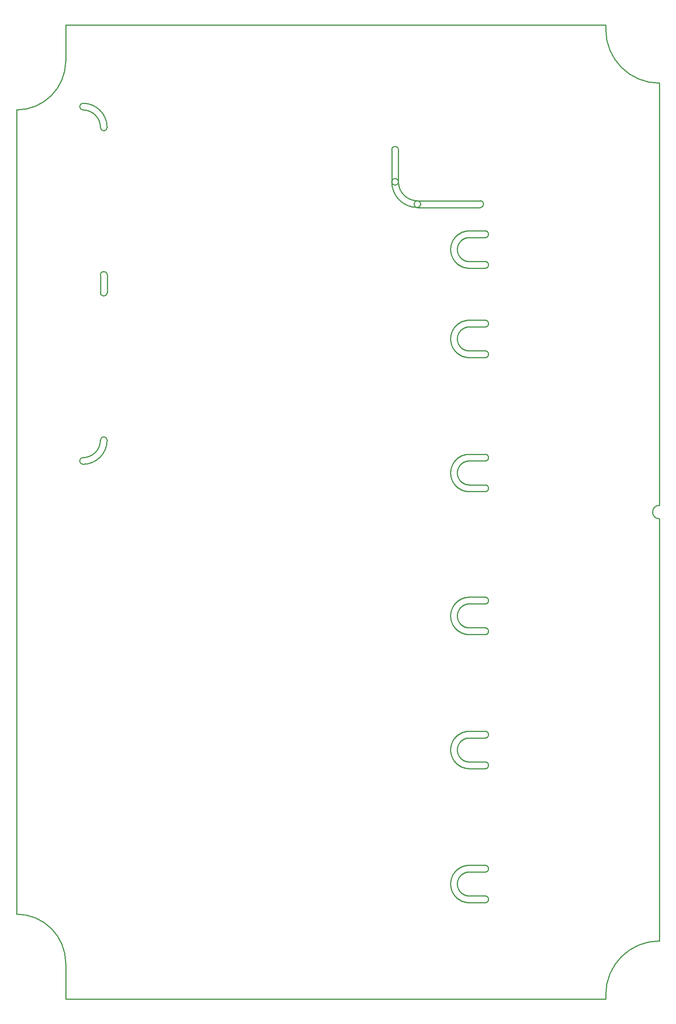
<source format=gko>
G04 Layer: BoardOutlineLayer*
G04 EasyEDA v6.5.9, 2022-07-29 15:52:37*
G04 80419b3afb544e71809359e13b9e66d5,1d0123f043c44c6e98dfa3af7fe3442e,10*
G04 Gerber Generator version 0.2*
G04 Scale: 100 percent, Rotated: No, Reflected: No *
G04 Dimensions in millimeters *
G04 leading zeros omitted , absolute positions ,4 integer and 5 decimal *
%FSLAX45Y45*%
%MOMM*%

%ADD10C,0.2540*%
D10*
X14413694Y20490558D02*
G01*
X14413694Y11040597D01*
X14413694Y10740603D02*
G01*
X14413694Y1290596D01*
X13700Y19890600D02*
G01*
X13700Y1890600D01*
X13213694Y21690601D02*
G01*
X13213694Y21790601D01*
X1113701Y21790601D01*
X1113701Y20990600D01*
X1113701Y790600D02*
G01*
X1113701Y-9400D01*
X13213694Y-9400D01*
X13213694Y90599D01*
G75*
G01*
X13698Y19890600D02*
G03*
X1113699Y20990601I0J1100001D01*
G75*
G01*
X13213700Y21690599D02*
G03*
X14413700Y20490599I1200000J0D01*
G75*
G01*
X1113699Y790600D02*
G03*
X13698Y1890601I-1100001J0D01*
G75*
G01*
X14413700Y1290599D02*
G03*
X13213700Y90599I0J-1200000D01*
G75*
G01*
X14413700Y11040600D02*
G03*
X14413700Y10740601I0J-149999D01*
G75*
G01*
X1499563Y11959398D02*
G02*
X1424562Y12034399I0J75001D01*
G75*
G01*
X1424562Y12034399D02*
G02*
X1499563Y12109400I75001J0D01*
X1499563Y12109400D02*
G01*
X1499563Y12109400D01*
G75*
G01*
X1499563Y12109400D02*
G02*
X1500000Y12109399I0J-75001D01*
X1499999Y12109399D02*
G01*
X1499999Y12109399D01*
G75*
G01*
X1500000Y12109399D02*
G03*
X1890601Y12500000I0J390601D01*
X1890600Y12500000D02*
G01*
X1890600Y12500000D01*
G75*
G01*
X1890601Y12500000D02*
G02*
X1890599Y12500437I75000J437D01*
X1890599Y12500436D02*
G01*
X1890599Y12500436D01*
G75*
G01*
X1890599Y12500437D02*
G02*
X1965601Y12575438I75002J0D01*
G75*
G01*
X1965601Y12575438D02*
G02*
X2040602Y12500437I0J-75001D01*
X2040601Y12500436D02*
G01*
X2040601Y12500436D01*
G75*
G01*
X2040602Y12500437D02*
G02*
X2040600Y12500000I-75001J0D01*
X2040600Y12500000D02*
G01*
X2040600Y12500000D01*
G75*
G01*
X2040600Y12500000D02*
G02*
X1500000Y11959400I-540600J0D01*
X1499999Y11959399D02*
G01*
X1499999Y11959399D01*
G75*
G01*
X1500000Y11959400D02*
G02*
X1499563Y11959398I-437J74999D01*
X1499563Y11959398D02*
G01*
X1499563Y11959398D01*
G75*
G01*
X1965603Y19424562D02*
G02*
X1890602Y19499563I0J75001D01*
X1890602Y19499562D02*
G01*
X1890602Y19499562D01*
G75*
G01*
X1890602Y19499563D02*
G02*
X1890603Y19499999I75001J0D01*
X1890603Y19499999D02*
G01*
X1890603Y19499999D01*
G75*
G01*
X1890603Y19499999D02*
G03*
X1500002Y19890600I-390601J0D01*
X1500002Y19890600D02*
G01*
X1499999Y19890600D01*
G75*
G01*
X1500000Y19890600D02*
G02*
X1499563Y19890599I-437J75000D01*
G75*
G01*
X1499563Y19890599D02*
G02*
X1424562Y19965600I0J75001D01*
G75*
G01*
X1424562Y19965600D02*
G02*
X1499563Y20040601I75001J0D01*
G75*
G01*
X1499563Y20040601D02*
G02*
X1500000Y20040600I0J-75001D01*
X1499999Y20040600D02*
G01*
X1500002Y20040600D01*
G75*
G01*
X1500002Y20040600D02*
G02*
X2040603Y19499999I0J-540601D01*
X2040602Y19499999D02*
G01*
X2040602Y19499999D01*
G75*
G01*
X2040603Y19499999D02*
G02*
X2040604Y19499563I-75000J-436D01*
G75*
G01*
X2040604Y19499563D02*
G02*
X1965603Y19424562I-75001J0D01*
X1965603Y19424561D02*
G01*
X1965603Y19424561D01*
X2040600Y16200000D02*
G01*
X2040600Y15799998D01*
G75*
G01*
X2040600Y15799999D02*
G02*
X1890598Y15799999I-75001J0D01*
X1890598Y15799998D02*
G01*
X1890598Y16200000D01*
G75*
G01*
X1890598Y16200001D02*
G02*
X2040600Y16200001I75001J0D01*
X2040600Y16200000D02*
G01*
X2040600Y16200000D01*
X8418200Y18282500D02*
G01*
X8418200Y19000000D01*
G75*
G01*
X8418200Y19000000D02*
G02*
X8568202Y19000000I75001J0D01*
X8568202Y19000000D02*
G01*
X8568202Y18282500D01*
G75*
G01*
X8568202Y18282501D02*
G02*
X8418200Y18282501I-75001J0D01*
X8418200Y18282500D02*
G01*
X8418200Y18282500D01*
G75*
G01*
X9068638Y17782501D02*
G02*
X8993637Y17707500I-75001J0D01*
X8993636Y17707499D02*
G01*
X8993636Y17707499D01*
G75*
G01*
X8993637Y17707500D02*
G02*
X8993200Y17707501I0J75001D01*
X8993200Y17707500D02*
G01*
X8993200Y17707500D01*
G75*
G01*
X8993200Y17707501D02*
G02*
X8418200Y18282501I0J575000D01*
X8418200Y18282500D02*
G01*
X8418200Y18282500D01*
G75*
G01*
X8418200Y18282501D02*
G02*
X8418199Y18282937I75000J436D01*
G75*
G01*
X8418199Y18282937D02*
G02*
X8493200Y18357938I75001J0D01*
G75*
G01*
X8493200Y18357938D02*
G02*
X8568201Y18282937I0J-75001D01*
X8568201Y18282937D02*
G01*
X8568201Y18282937D01*
G75*
G01*
X8568201Y18282937D02*
G02*
X8568200Y18282501I-75001J0D01*
X8568199Y18282500D02*
G01*
X8568199Y18282500D01*
G75*
G01*
X8568200Y18282501D02*
G03*
X8993200Y17857500I425000J0D01*
X8993200Y17857500D02*
G01*
X8993200Y17857500D01*
G75*
G01*
X8993200Y17857500D02*
G02*
X8993637Y17857502I437J-74999D01*
X8993636Y17857501D02*
G01*
X8993636Y17857501D01*
G75*
G01*
X8993637Y17857502D02*
G02*
X9068638Y17782501I0J-75001D01*
X9068637Y17782500D02*
G01*
X9068637Y17782500D01*
X8993200Y17857503D02*
G01*
X10399979Y17857503D01*
G75*
G01*
X10399979Y17857503D02*
G02*
X10399979Y17707501I0J-75001D01*
X10399979Y17707500D02*
G01*
X8993200Y17707500D01*
G75*
G01*
X8993200Y17707501D02*
G02*
X8993200Y17857503I0J75001D01*
X8993200Y17857503D02*
G01*
X8993200Y17857503D01*
X10152405Y17187087D02*
G01*
X10143159Y17186986D01*
X10143159Y17186986D02*
G01*
X10133919Y17186678D01*
X10133919Y17186678D02*
G01*
X10124688Y17186168D01*
X10124688Y17186168D02*
G01*
X10115471Y17185454D01*
X10115471Y17185454D02*
G01*
X10106271Y17184535D01*
X10106271Y17184535D02*
G01*
X10097094Y17183412D01*
X10097094Y17183412D02*
G01*
X10087945Y17182086D01*
X10087945Y17182086D02*
G01*
X10078826Y17180560D01*
X10078826Y17180560D02*
G01*
X10069743Y17178832D01*
X10069743Y17178832D02*
G01*
X10060701Y17176902D01*
X10060701Y17176902D02*
G01*
X10051704Y17174773D01*
X10051704Y17174773D02*
G01*
X10042756Y17172447D01*
X10042756Y17172447D02*
G01*
X10033863Y17169922D01*
X10033863Y17169922D02*
G01*
X10025026Y17167202D01*
X10025026Y17167202D02*
G01*
X10016253Y17164288D01*
X10016253Y17164288D02*
G01*
X10007546Y17161179D01*
X10007546Y17161179D02*
G01*
X9998910Y17157877D01*
X9998910Y17157877D02*
G01*
X9990348Y17154387D01*
X9990348Y17154387D02*
G01*
X9981867Y17150707D01*
X9981867Y17150707D02*
G01*
X9973470Y17146841D01*
X9973470Y17146841D02*
G01*
X9965159Y17142792D01*
X9965159Y17142792D02*
G01*
X9956939Y17138558D01*
X9956939Y17138558D02*
G01*
X9948816Y17134144D01*
X9948816Y17134144D02*
G01*
X9940792Y17129549D01*
X9940792Y17129549D02*
G01*
X9932873Y17124781D01*
X9932873Y17124781D02*
G01*
X9925060Y17119836D01*
X9925060Y17119836D02*
G01*
X9917358Y17114723D01*
X9917358Y17114723D02*
G01*
X9909771Y17109437D01*
X9909771Y17109437D02*
G01*
X9902304Y17103986D01*
X9902304Y17103986D02*
G01*
X9894958Y17098373D01*
X9894958Y17098373D02*
G01*
X9887739Y17092597D01*
X9887739Y17092597D02*
G01*
X9880650Y17086661D01*
X9880650Y17086661D02*
G01*
X9873693Y17080572D01*
X9873693Y17080572D02*
G01*
X9866873Y17074332D01*
X9866873Y17074332D02*
G01*
X9860193Y17067938D01*
X9860193Y17067938D02*
G01*
X9853655Y17061400D01*
X9853655Y17061400D02*
G01*
X9847262Y17054720D01*
X9847262Y17054720D02*
G01*
X9841021Y17047900D01*
X9841021Y17047900D02*
G01*
X9834933Y17040943D01*
X9834933Y17040943D02*
G01*
X9828997Y17033854D01*
X9828997Y17033854D02*
G01*
X9823221Y17026636D01*
X9823221Y17026636D02*
G01*
X9817608Y17019290D01*
X9817608Y17019290D02*
G01*
X9812157Y17011822D01*
X9812157Y17011822D02*
G01*
X9806871Y17004235D01*
X9806871Y17004235D02*
G01*
X9801758Y16996534D01*
X9801758Y16996534D02*
G01*
X9796813Y16988721D01*
X9796813Y16988721D02*
G01*
X9792045Y16980801D01*
X9792045Y16980801D02*
G01*
X9787450Y16972777D01*
X9787450Y16972777D02*
G01*
X9783036Y16964654D01*
X9783036Y16964654D02*
G01*
X9778801Y16956435D01*
X9778801Y16956435D02*
G01*
X9774753Y16948124D01*
X9774753Y16948124D02*
G01*
X9770887Y16939727D01*
X9770887Y16939727D02*
G01*
X9767206Y16931246D01*
X9767206Y16931246D02*
G01*
X9763716Y16922683D01*
X9763716Y16922683D02*
G01*
X9760414Y16914047D01*
X9760414Y16914047D02*
G01*
X9757305Y16905340D01*
X9757305Y16905340D02*
G01*
X9754392Y16896567D01*
X9754392Y16896567D02*
G01*
X9751672Y16887731D01*
X9751672Y16887731D02*
G01*
X9749147Y16878838D01*
X9749147Y16878838D02*
G01*
X9746820Y16869890D01*
X9746820Y16869890D02*
G01*
X9744692Y16860893D01*
X9744692Y16860893D02*
G01*
X9742761Y16851850D01*
X9742761Y16851850D02*
G01*
X9741034Y16842767D01*
X9741034Y16842767D02*
G01*
X9739508Y16833649D01*
X9739508Y16833649D02*
G01*
X9738182Y16824500D01*
X9738182Y16824500D02*
G01*
X9737059Y16815323D01*
X9737059Y16815323D02*
G01*
X9736140Y16806123D01*
X9736140Y16806123D02*
G01*
X9735426Y16796905D01*
X9735426Y16796905D02*
G01*
X9734915Y16787675D01*
X9734915Y16787675D02*
G01*
X9734608Y16778434D01*
X9734608Y16778434D02*
G01*
X9734504Y16769189D01*
X9734504Y16769189D02*
G01*
X9734608Y16759943D01*
X9734608Y16759943D02*
G01*
X9734915Y16750703D01*
X9734915Y16750703D02*
G01*
X9735426Y16741472D01*
X9735426Y16741472D02*
G01*
X9736140Y16732255D01*
X9736140Y16732255D02*
G01*
X9737059Y16723055D01*
X9737059Y16723055D02*
G01*
X9738182Y16713878D01*
X9738182Y16713878D02*
G01*
X9739508Y16704729D01*
X9739508Y16704729D02*
G01*
X9741034Y16695610D01*
X9741034Y16695610D02*
G01*
X9742761Y16686527D01*
X9742761Y16686527D02*
G01*
X9744692Y16677485D01*
X9744692Y16677485D02*
G01*
X9746820Y16668488D01*
X9746820Y16668488D02*
G01*
X9749147Y16659539D01*
X9749147Y16659539D02*
G01*
X9751672Y16650647D01*
X9751672Y16650647D02*
G01*
X9754392Y16641810D01*
X9754392Y16641810D02*
G01*
X9757305Y16633037D01*
X9757305Y16633037D02*
G01*
X9760414Y16624330D01*
X9760414Y16624330D02*
G01*
X9763716Y16615694D01*
X9763716Y16615694D02*
G01*
X9767206Y16607132D01*
X9767206Y16607132D02*
G01*
X9770887Y16598651D01*
X9770887Y16598651D02*
G01*
X9774753Y16590253D01*
X9774753Y16590253D02*
G01*
X9778801Y16581942D01*
X9778801Y16581942D02*
G01*
X9783036Y16573723D01*
X9783036Y16573723D02*
G01*
X9787450Y16565600D01*
X9787450Y16565600D02*
G01*
X9792045Y16557576D01*
X9792045Y16557576D02*
G01*
X9796813Y16549657D01*
X9796813Y16549657D02*
G01*
X9801758Y16541843D01*
X9801758Y16541843D02*
G01*
X9806871Y16534142D01*
X9806871Y16534142D02*
G01*
X9812157Y16526555D01*
X9812157Y16526555D02*
G01*
X9817608Y16519088D01*
X9817608Y16519088D02*
G01*
X9823221Y16511742D01*
X9823221Y16511742D02*
G01*
X9828997Y16504523D01*
X9828997Y16504523D02*
G01*
X9834933Y16497434D01*
X9834933Y16497434D02*
G01*
X9841021Y16490477D01*
X9841021Y16490477D02*
G01*
X9847262Y16483657D01*
X9847262Y16483657D02*
G01*
X9853655Y16476977D01*
X9853655Y16476977D02*
G01*
X9860193Y16470439D01*
X9860193Y16470439D02*
G01*
X9866873Y16464046D01*
X9866873Y16464046D02*
G01*
X9873693Y16457805D01*
X9873693Y16457805D02*
G01*
X9880650Y16451717D01*
X9880650Y16451717D02*
G01*
X9887739Y16445781D01*
X9887739Y16445781D02*
G01*
X9894958Y16440005D01*
X9894958Y16440005D02*
G01*
X9902304Y16434391D01*
X9902304Y16434391D02*
G01*
X9909771Y16428940D01*
X9909771Y16428940D02*
G01*
X9917358Y16423655D01*
X9917358Y16423655D02*
G01*
X9925060Y16418542D01*
X9925060Y16418542D02*
G01*
X9932873Y16413596D01*
X9932873Y16413596D02*
G01*
X9940792Y16408829D01*
X9940792Y16408829D02*
G01*
X9948816Y16404234D01*
X9948816Y16404234D02*
G01*
X9956939Y16399819D01*
X9956939Y16399819D02*
G01*
X9965159Y16395585D01*
X9965159Y16395585D02*
G01*
X9973470Y16391536D01*
X9973470Y16391536D02*
G01*
X9981867Y16387671D01*
X9981867Y16387671D02*
G01*
X9990348Y16383990D01*
X9990348Y16383990D02*
G01*
X9998910Y16380500D01*
X9998910Y16380500D02*
G01*
X10007546Y16377198D01*
X10007546Y16377198D02*
G01*
X10016253Y16374089D01*
X10016253Y16374089D02*
G01*
X10025026Y16371176D01*
X10025026Y16371176D02*
G01*
X10033863Y16368455D01*
X10033863Y16368455D02*
G01*
X10042756Y16365931D01*
X10042756Y16365931D02*
G01*
X10051704Y16363604D01*
X10051704Y16363604D02*
G01*
X10060701Y16361476D01*
X10060701Y16361476D02*
G01*
X10069743Y16359545D01*
X10069743Y16359545D02*
G01*
X10078826Y16357818D01*
X10078826Y16357818D02*
G01*
X10087945Y16356291D01*
X10087945Y16356291D02*
G01*
X10097094Y16354966D01*
X10097094Y16354966D02*
G01*
X10106271Y16353843D01*
X10106271Y16353843D02*
G01*
X10115471Y16352923D01*
X10115471Y16352923D02*
G01*
X10124688Y16352210D01*
X10124688Y16352210D02*
G01*
X10133919Y16351699D01*
X10133919Y16351699D02*
G01*
X10143159Y16351392D01*
X10143159Y16351392D02*
G01*
X10152405Y16351288D01*
X10152405Y16351288D02*
G01*
X10508005Y16351288D01*
X10508005Y16351288D02*
G01*
X10511929Y16351392D01*
X10511929Y16351392D02*
G01*
X10515843Y16351699D01*
X10515843Y16351699D02*
G01*
X10519737Y16352212D01*
X10519737Y16352212D02*
G01*
X10523598Y16352928D01*
X10523598Y16352928D02*
G01*
X10527416Y16353845D01*
X10527416Y16353845D02*
G01*
X10531180Y16354960D01*
X10531180Y16354960D02*
G01*
X10534883Y16356271D01*
X10534883Y16356271D02*
G01*
X10538510Y16357772D01*
X10538510Y16357772D02*
G01*
X10542054Y16359464D01*
X10542054Y16359464D02*
G01*
X10545505Y16361336D01*
X10545505Y16361336D02*
G01*
X10548853Y16363388D01*
X10548853Y16363388D02*
G01*
X10552089Y16365613D01*
X10552089Y16365613D02*
G01*
X10555203Y16368003D01*
X10555203Y16368003D02*
G01*
X10558190Y16370554D01*
X10558190Y16370554D02*
G01*
X10561038Y16373256D01*
X10561038Y16373256D02*
G01*
X10563740Y16376103D01*
X10563740Y16376103D02*
G01*
X10566290Y16379090D01*
X10566290Y16379090D02*
G01*
X10568680Y16382204D01*
X10568680Y16382204D02*
G01*
X10570905Y16385440D01*
X10570905Y16385440D02*
G01*
X10572958Y16388788D01*
X10572958Y16388788D02*
G01*
X10574830Y16392240D01*
X10574830Y16392240D02*
G01*
X10576521Y16395783D01*
X10576521Y16395783D02*
G01*
X10578023Y16399410D01*
X10578023Y16399410D02*
G01*
X10579333Y16403114D01*
X10579333Y16403114D02*
G01*
X10580448Y16406878D01*
X10580448Y16406878D02*
G01*
X10581365Y16410696D01*
X10581365Y16410696D02*
G01*
X10582081Y16414556D01*
X10582081Y16414556D02*
G01*
X10582595Y16418450D01*
X10582595Y16418450D02*
G01*
X10582902Y16422364D01*
X10582902Y16422364D02*
G01*
X10583003Y16426289D01*
X10583003Y16426289D02*
G01*
X10582902Y16430213D01*
X10582902Y16430213D02*
G01*
X10582595Y16434127D01*
X10582595Y16434127D02*
G01*
X10582081Y16438021D01*
X10582081Y16438021D02*
G01*
X10581365Y16441882D01*
X10581365Y16441882D02*
G01*
X10580448Y16445699D01*
X10580448Y16445699D02*
G01*
X10579333Y16449464D01*
X10579333Y16449464D02*
G01*
X10578023Y16453167D01*
X10578023Y16453167D02*
G01*
X10576521Y16456794D01*
X10576521Y16456794D02*
G01*
X10574830Y16460337D01*
X10574830Y16460337D02*
G01*
X10572958Y16463789D01*
X10572958Y16463789D02*
G01*
X10570905Y16467137D01*
X10570905Y16467137D02*
G01*
X10568680Y16470373D01*
X10568680Y16470373D02*
G01*
X10566290Y16473487D01*
X10566290Y16473487D02*
G01*
X10563740Y16476474D01*
X10563740Y16476474D02*
G01*
X10561038Y16479321D01*
X10561038Y16479321D02*
G01*
X10558190Y16482024D01*
X10558190Y16482024D02*
G01*
X10555203Y16484574D01*
X10555203Y16484574D02*
G01*
X10552089Y16486964D01*
X10552089Y16486964D02*
G01*
X10548853Y16489189D01*
X10548853Y16489189D02*
G01*
X10545505Y16491242D01*
X10545505Y16491242D02*
G01*
X10542054Y16493114D01*
X10542054Y16493114D02*
G01*
X10538510Y16494805D01*
X10538510Y16494805D02*
G01*
X10534883Y16496306D01*
X10534883Y16496306D02*
G01*
X10531180Y16497617D01*
X10531180Y16497617D02*
G01*
X10527416Y16498732D01*
X10527416Y16498732D02*
G01*
X10523598Y16499649D01*
X10523598Y16499649D02*
G01*
X10519737Y16500365D01*
X10519737Y16500365D02*
G01*
X10515843Y16500878D01*
X10515843Y16500878D02*
G01*
X10511929Y16501186D01*
X10511929Y16501186D02*
G01*
X10508005Y16501287D01*
X10508005Y16501287D02*
G01*
X10152405Y16501287D01*
X10152405Y16501287D02*
G01*
X10145024Y16501391D01*
X10145024Y16501391D02*
G01*
X10137647Y16501696D01*
X10137647Y16501696D02*
G01*
X10130281Y16502204D01*
X10130281Y16502204D02*
G01*
X10122933Y16502915D01*
X10122933Y16502915D02*
G01*
X10115608Y16503827D01*
X10115608Y16503827D02*
G01*
X10108311Y16504942D01*
X10108311Y16504942D02*
G01*
X10101046Y16506258D01*
X10101046Y16506258D02*
G01*
X10093820Y16507772D01*
X10093820Y16507772D02*
G01*
X10086639Y16509486D01*
X10086639Y16509486D02*
G01*
X10079509Y16511396D01*
X10079509Y16511396D02*
G01*
X10072433Y16513505D01*
X10072433Y16513505D02*
G01*
X10065418Y16515803D01*
X10065418Y16515803D02*
G01*
X10058468Y16518298D01*
X10058468Y16518298D02*
G01*
X10051592Y16520980D01*
X10051592Y16520980D02*
G01*
X10044790Y16523853D01*
X10044790Y16523853D02*
G01*
X10038072Y16526911D01*
X10038072Y16526911D02*
G01*
X10031440Y16530154D01*
X10031440Y16530154D02*
G01*
X10024899Y16533578D01*
X10024899Y16533578D02*
G01*
X10018455Y16537180D01*
X10018455Y16537180D02*
G01*
X10012113Y16540960D01*
X10012113Y16540960D02*
G01*
X10005877Y16544912D01*
X10005877Y16544912D02*
G01*
X9999753Y16549034D01*
X9999753Y16549034D02*
G01*
X9993744Y16553324D01*
X9993744Y16553324D02*
G01*
X9987856Y16557777D01*
X9987856Y16557777D02*
G01*
X9982095Y16562392D01*
X9982095Y16562392D02*
G01*
X9976462Y16567162D01*
X9976462Y16567162D02*
G01*
X9970960Y16572087D01*
X9970960Y16572087D02*
G01*
X9965598Y16577162D01*
X9965598Y16577162D02*
G01*
X9960378Y16582382D01*
X9960378Y16582382D02*
G01*
X9955303Y16587744D01*
X9955303Y16587744D02*
G01*
X9950378Y16593245D01*
X9950378Y16593245D02*
G01*
X9945608Y16598879D01*
X9945608Y16598879D02*
G01*
X9940993Y16604640D01*
X9940993Y16604640D02*
G01*
X9936540Y16610528D01*
X9936540Y16610528D02*
G01*
X9932250Y16616537D01*
X9932250Y16616537D02*
G01*
X9928128Y16622661D01*
X9928128Y16622661D02*
G01*
X9924176Y16628897D01*
X9924176Y16628897D02*
G01*
X9920396Y16635239D01*
X9920396Y16635239D02*
G01*
X9916795Y16641683D01*
X9916795Y16641683D02*
G01*
X9913371Y16648224D01*
X9913371Y16648224D02*
G01*
X9910127Y16654856D01*
X9910127Y16654856D02*
G01*
X9907069Y16661574D01*
X9907069Y16661574D02*
G01*
X9904196Y16668376D01*
X9904196Y16668376D02*
G01*
X9901514Y16675252D01*
X9901514Y16675252D02*
G01*
X9899020Y16682201D01*
X9899020Y16682201D02*
G01*
X9896721Y16689217D01*
X9896721Y16689217D02*
G01*
X9894613Y16696293D01*
X9894613Y16696293D02*
G01*
X9892703Y16703423D01*
X9892703Y16703423D02*
G01*
X9890988Y16710604D01*
X9890988Y16710604D02*
G01*
X9889474Y16717830D01*
X9889474Y16717830D02*
G01*
X9888159Y16725094D01*
X9888159Y16725094D02*
G01*
X9887043Y16732392D01*
X9887043Y16732392D02*
G01*
X9886132Y16739717D01*
X9886132Y16739717D02*
G01*
X9885420Y16747065D01*
X9885420Y16747065D02*
G01*
X9884912Y16754431D01*
X9884912Y16754431D02*
G01*
X9884608Y16761807D01*
X9884608Y16761807D02*
G01*
X9884506Y16769189D01*
X9884506Y16769189D02*
G01*
X9884608Y16776570D01*
X9884608Y16776570D02*
G01*
X9884912Y16783946D01*
X9884912Y16783946D02*
G01*
X9885420Y16791312D01*
X9885420Y16791312D02*
G01*
X9886132Y16798660D01*
X9886132Y16798660D02*
G01*
X9887043Y16805986D01*
X9887043Y16805986D02*
G01*
X9888159Y16813283D01*
X9888159Y16813283D02*
G01*
X9889474Y16820548D01*
X9889474Y16820548D02*
G01*
X9890988Y16827774D01*
X9890988Y16827774D02*
G01*
X9892703Y16834954D01*
X9892703Y16834954D02*
G01*
X9894613Y16842084D01*
X9894613Y16842084D02*
G01*
X9896721Y16849161D01*
X9896721Y16849161D02*
G01*
X9899020Y16856176D01*
X9899020Y16856176D02*
G01*
X9901514Y16863126D01*
X9901514Y16863126D02*
G01*
X9904196Y16870001D01*
X9904196Y16870001D02*
G01*
X9907069Y16876803D01*
X9907069Y16876803D02*
G01*
X9910127Y16883522D01*
X9910127Y16883522D02*
G01*
X9913371Y16890154D01*
X9913371Y16890154D02*
G01*
X9916795Y16896694D01*
X9916795Y16896694D02*
G01*
X9920396Y16903138D01*
X9920396Y16903138D02*
G01*
X9924176Y16909481D01*
X9924176Y16909481D02*
G01*
X9928128Y16915716D01*
X9928128Y16915716D02*
G01*
X9932250Y16921840D01*
X9932250Y16921840D02*
G01*
X9936540Y16927850D01*
X9936540Y16927850D02*
G01*
X9940993Y16933738D01*
X9940993Y16933738D02*
G01*
X9945608Y16939498D01*
X9945608Y16939498D02*
G01*
X9950378Y16945132D01*
X9950378Y16945132D02*
G01*
X9955303Y16950634D01*
X9955303Y16950634D02*
G01*
X9960378Y16955996D01*
X9960378Y16955996D02*
G01*
X9965598Y16961215D01*
X9965598Y16961215D02*
G01*
X9970960Y16966290D01*
X9970960Y16966290D02*
G01*
X9976462Y16971215D01*
X9976462Y16971215D02*
G01*
X9982095Y16975985D01*
X9982095Y16975985D02*
G01*
X9987856Y16980601D01*
X9987856Y16980601D02*
G01*
X9993744Y16985053D01*
X9993744Y16985053D02*
G01*
X9999753Y16989343D01*
X9999753Y16989343D02*
G01*
X10005877Y16993466D01*
X10005877Y16993466D02*
G01*
X10012113Y16997418D01*
X10012113Y16997418D02*
G01*
X10018455Y17001197D01*
X10018455Y17001197D02*
G01*
X10024899Y17004799D01*
X10024899Y17004799D02*
G01*
X10031440Y17008223D01*
X10031440Y17008223D02*
G01*
X10038072Y17011467D01*
X10038072Y17011467D02*
G01*
X10044790Y17014525D01*
X10044790Y17014525D02*
G01*
X10051592Y17017398D01*
X10051592Y17017398D02*
G01*
X10058468Y17020080D01*
X10058468Y17020080D02*
G01*
X10065418Y17022574D01*
X10065418Y17022574D02*
G01*
X10072433Y17024873D01*
X10072433Y17024873D02*
G01*
X10079509Y17026981D01*
X10079509Y17026981D02*
G01*
X10086639Y17028891D01*
X10086639Y17028891D02*
G01*
X10093820Y17030606D01*
X10093820Y17030606D02*
G01*
X10101046Y17032119D01*
X10101046Y17032119D02*
G01*
X10108311Y17033435D01*
X10108311Y17033435D02*
G01*
X10115608Y17034550D01*
X10115608Y17034550D02*
G01*
X10122933Y17035462D01*
X10122933Y17035462D02*
G01*
X10130281Y17036173D01*
X10130281Y17036173D02*
G01*
X10137647Y17036681D01*
X10137647Y17036681D02*
G01*
X10145024Y17036986D01*
X10145024Y17036986D02*
G01*
X10152405Y17037088D01*
X10152405Y17037088D02*
G01*
X10152405Y17037088D01*
X10152405Y17037088D02*
G01*
X10508005Y17037088D01*
X10508005Y17037088D02*
G01*
X10511929Y17037192D01*
X10511929Y17037192D02*
G01*
X10515843Y17037499D01*
X10515843Y17037499D02*
G01*
X10519737Y17038012D01*
X10519737Y17038012D02*
G01*
X10523598Y17038728D01*
X10523598Y17038728D02*
G01*
X10527416Y17039645D01*
X10527416Y17039645D02*
G01*
X10531180Y17040760D01*
X10531180Y17040760D02*
G01*
X10534883Y17042071D01*
X10534883Y17042071D02*
G01*
X10538510Y17043572D01*
X10538510Y17043572D02*
G01*
X10542054Y17045264D01*
X10542054Y17045264D02*
G01*
X10545505Y17047136D01*
X10545505Y17047136D02*
G01*
X10548853Y17049188D01*
X10548853Y17049188D02*
G01*
X10552089Y17051413D01*
X10552089Y17051413D02*
G01*
X10555203Y17053803D01*
X10555203Y17053803D02*
G01*
X10558190Y17056354D01*
X10558190Y17056354D02*
G01*
X10561038Y17059056D01*
X10561038Y17059056D02*
G01*
X10563740Y17061903D01*
X10563740Y17061903D02*
G01*
X10566290Y17064890D01*
X10566290Y17064890D02*
G01*
X10568680Y17068004D01*
X10568680Y17068004D02*
G01*
X10570905Y17071240D01*
X10570905Y17071240D02*
G01*
X10572958Y17074588D01*
X10572958Y17074588D02*
G01*
X10574830Y17078040D01*
X10574830Y17078040D02*
G01*
X10576521Y17081583D01*
X10576521Y17081583D02*
G01*
X10578023Y17085210D01*
X10578023Y17085210D02*
G01*
X10579333Y17088914D01*
X10579333Y17088914D02*
G01*
X10580448Y17092678D01*
X10580448Y17092678D02*
G01*
X10581365Y17096496D01*
X10581365Y17096496D02*
G01*
X10582081Y17100356D01*
X10582081Y17100356D02*
G01*
X10582595Y17104250D01*
X10582595Y17104250D02*
G01*
X10582902Y17108164D01*
X10582902Y17108164D02*
G01*
X10583003Y17112089D01*
X10583003Y17112089D02*
G01*
X10582902Y17116013D01*
X10582902Y17116013D02*
G01*
X10582595Y17119927D01*
X10582595Y17119927D02*
G01*
X10582081Y17123821D01*
X10582081Y17123821D02*
G01*
X10581365Y17127682D01*
X10581365Y17127682D02*
G01*
X10580448Y17131499D01*
X10580448Y17131499D02*
G01*
X10579333Y17135264D01*
X10579333Y17135264D02*
G01*
X10578023Y17138967D01*
X10578023Y17138967D02*
G01*
X10576521Y17142594D01*
X10576521Y17142594D02*
G01*
X10574830Y17146137D01*
X10574830Y17146137D02*
G01*
X10572958Y17149589D01*
X10572958Y17149589D02*
G01*
X10570905Y17152937D01*
X10570905Y17152937D02*
G01*
X10568680Y17156173D01*
X10568680Y17156173D02*
G01*
X10566290Y17159287D01*
X10566290Y17159287D02*
G01*
X10563740Y17162274D01*
X10563740Y17162274D02*
G01*
X10561038Y17165121D01*
X10561038Y17165121D02*
G01*
X10558190Y17167824D01*
X10558190Y17167824D02*
G01*
X10555203Y17170374D01*
X10555203Y17170374D02*
G01*
X10552089Y17172764D01*
X10552089Y17172764D02*
G01*
X10548853Y17174989D01*
X10548853Y17174989D02*
G01*
X10545505Y17177042D01*
X10545505Y17177042D02*
G01*
X10542054Y17178914D01*
X10542054Y17178914D02*
G01*
X10538510Y17180605D01*
X10538510Y17180605D02*
G01*
X10534883Y17182106D01*
X10534883Y17182106D02*
G01*
X10531180Y17183417D01*
X10531180Y17183417D02*
G01*
X10527416Y17184532D01*
X10527416Y17184532D02*
G01*
X10523598Y17185449D01*
X10523598Y17185449D02*
G01*
X10519737Y17186165D01*
X10519737Y17186165D02*
G01*
X10515843Y17186678D01*
X10515843Y17186678D02*
G01*
X10511929Y17186986D01*
X10511929Y17186986D02*
G01*
X10508005Y17187087D01*
X10508005Y17187087D02*
G01*
X10152405Y17187087D01*
X10152405Y17187087D02*
G01*
X10152405Y17187087D01*
X10152405Y15187091D02*
G01*
X10143159Y15186990D01*
X10143159Y15186990D02*
G01*
X10133919Y15186682D01*
X10133919Y15186682D02*
G01*
X10124688Y15186172D01*
X10124688Y15186172D02*
G01*
X10115471Y15185458D01*
X10115471Y15185458D02*
G01*
X10106271Y15184539D01*
X10106271Y15184539D02*
G01*
X10097094Y15183416D01*
X10097094Y15183416D02*
G01*
X10087945Y15182090D01*
X10087945Y15182090D02*
G01*
X10078826Y15180563D01*
X10078826Y15180563D02*
G01*
X10069743Y15178836D01*
X10069743Y15178836D02*
G01*
X10060701Y15176906D01*
X10060701Y15176906D02*
G01*
X10051704Y15174777D01*
X10051704Y15174777D02*
G01*
X10042756Y15172451D01*
X10042756Y15172451D02*
G01*
X10033863Y15169926D01*
X10033863Y15169926D02*
G01*
X10025026Y15167206D01*
X10025026Y15167206D02*
G01*
X10016253Y15164292D01*
X10016253Y15164292D02*
G01*
X10007546Y15161183D01*
X10007546Y15161183D02*
G01*
X9998910Y15157881D01*
X9998910Y15157881D02*
G01*
X9990348Y15154391D01*
X9990348Y15154391D02*
G01*
X9981867Y15150711D01*
X9981867Y15150711D02*
G01*
X9973470Y15146845D01*
X9973470Y15146845D02*
G01*
X9965159Y15142796D01*
X9965159Y15142796D02*
G01*
X9956939Y15138562D01*
X9956939Y15138562D02*
G01*
X9948816Y15134148D01*
X9948816Y15134148D02*
G01*
X9940792Y15129553D01*
X9940792Y15129553D02*
G01*
X9932873Y15124785D01*
X9932873Y15124785D02*
G01*
X9925060Y15119840D01*
X9925060Y15119840D02*
G01*
X9917358Y15114727D01*
X9917358Y15114727D02*
G01*
X9909771Y15109441D01*
X9909771Y15109441D02*
G01*
X9902304Y15103990D01*
X9902304Y15103990D02*
G01*
X9894958Y15098377D01*
X9894958Y15098377D02*
G01*
X9887739Y15092601D01*
X9887739Y15092601D02*
G01*
X9880650Y15086665D01*
X9880650Y15086665D02*
G01*
X9873693Y15080576D01*
X9873693Y15080576D02*
G01*
X9866873Y15074336D01*
X9866873Y15074336D02*
G01*
X9860193Y15067942D01*
X9860193Y15067942D02*
G01*
X9853655Y15061404D01*
X9853655Y15061404D02*
G01*
X9847262Y15054724D01*
X9847262Y15054724D02*
G01*
X9841021Y15047904D01*
X9841021Y15047904D02*
G01*
X9834933Y15040947D01*
X9834933Y15040947D02*
G01*
X9828997Y15033858D01*
X9828997Y15033858D02*
G01*
X9823221Y15026639D01*
X9823221Y15026639D02*
G01*
X9817608Y15019294D01*
X9817608Y15019294D02*
G01*
X9812157Y15011826D01*
X9812157Y15011826D02*
G01*
X9806871Y15004239D01*
X9806871Y15004239D02*
G01*
X9801758Y14996538D01*
X9801758Y14996538D02*
G01*
X9796813Y14988725D01*
X9796813Y14988725D02*
G01*
X9792045Y14980805D01*
X9792045Y14980805D02*
G01*
X9787450Y14972781D01*
X9787450Y14972781D02*
G01*
X9783036Y14964658D01*
X9783036Y14964658D02*
G01*
X9778801Y14956439D01*
X9778801Y14956439D02*
G01*
X9774753Y14948128D01*
X9774753Y14948128D02*
G01*
X9770887Y14939731D01*
X9770887Y14939731D02*
G01*
X9767206Y14931250D01*
X9767206Y14931250D02*
G01*
X9763716Y14922687D01*
X9763716Y14922687D02*
G01*
X9760414Y14914051D01*
X9760414Y14914051D02*
G01*
X9757305Y14905344D01*
X9757305Y14905344D02*
G01*
X9754392Y14896571D01*
X9754392Y14896571D02*
G01*
X9751672Y14887735D01*
X9751672Y14887735D02*
G01*
X9749147Y14878842D01*
X9749147Y14878842D02*
G01*
X9746820Y14869894D01*
X9746820Y14869894D02*
G01*
X9744692Y14860897D01*
X9744692Y14860897D02*
G01*
X9742761Y14851854D01*
X9742761Y14851854D02*
G01*
X9741034Y14842771D01*
X9741034Y14842771D02*
G01*
X9739508Y14833653D01*
X9739508Y14833653D02*
G01*
X9738182Y14824504D01*
X9738182Y14824504D02*
G01*
X9737059Y14815327D01*
X9737059Y14815327D02*
G01*
X9736140Y14806127D01*
X9736140Y14806127D02*
G01*
X9735426Y14796909D01*
X9735426Y14796909D02*
G01*
X9734915Y14787679D01*
X9734915Y14787679D02*
G01*
X9734608Y14778438D01*
X9734608Y14778438D02*
G01*
X9734504Y14769193D01*
X9734504Y14769193D02*
G01*
X9734608Y14759947D01*
X9734608Y14759947D02*
G01*
X9734915Y14750707D01*
X9734915Y14750707D02*
G01*
X9735426Y14741476D01*
X9735426Y14741476D02*
G01*
X9736140Y14732259D01*
X9736140Y14732259D02*
G01*
X9737059Y14723059D01*
X9737059Y14723059D02*
G01*
X9738182Y14713882D01*
X9738182Y14713882D02*
G01*
X9739508Y14704733D01*
X9739508Y14704733D02*
G01*
X9741034Y14695614D01*
X9741034Y14695614D02*
G01*
X9742761Y14686531D01*
X9742761Y14686531D02*
G01*
X9744692Y14677489D01*
X9744692Y14677489D02*
G01*
X9746820Y14668492D01*
X9746820Y14668492D02*
G01*
X9749147Y14659543D01*
X9749147Y14659543D02*
G01*
X9751672Y14650651D01*
X9751672Y14650651D02*
G01*
X9754392Y14641814D01*
X9754392Y14641814D02*
G01*
X9757305Y14633041D01*
X9757305Y14633041D02*
G01*
X9760414Y14624334D01*
X9760414Y14624334D02*
G01*
X9763716Y14615698D01*
X9763716Y14615698D02*
G01*
X9767206Y14607136D01*
X9767206Y14607136D02*
G01*
X9770887Y14598655D01*
X9770887Y14598655D02*
G01*
X9774753Y14590257D01*
X9774753Y14590257D02*
G01*
X9778801Y14581946D01*
X9778801Y14581946D02*
G01*
X9783036Y14573727D01*
X9783036Y14573727D02*
G01*
X9787450Y14565604D01*
X9787450Y14565604D02*
G01*
X9792045Y14557580D01*
X9792045Y14557580D02*
G01*
X9796813Y14549661D01*
X9796813Y14549661D02*
G01*
X9801758Y14541847D01*
X9801758Y14541847D02*
G01*
X9806871Y14534146D01*
X9806871Y14534146D02*
G01*
X9812157Y14526559D01*
X9812157Y14526559D02*
G01*
X9817608Y14519092D01*
X9817608Y14519092D02*
G01*
X9823221Y14511746D01*
X9823221Y14511746D02*
G01*
X9828997Y14504527D01*
X9828997Y14504527D02*
G01*
X9834933Y14497438D01*
X9834933Y14497438D02*
G01*
X9841021Y14490481D01*
X9841021Y14490481D02*
G01*
X9847262Y14483661D01*
X9847262Y14483661D02*
G01*
X9853655Y14476981D01*
X9853655Y14476981D02*
G01*
X9860193Y14470443D01*
X9860193Y14470443D02*
G01*
X9866873Y14464050D01*
X9866873Y14464050D02*
G01*
X9873693Y14457809D01*
X9873693Y14457809D02*
G01*
X9880650Y14451721D01*
X9880650Y14451721D02*
G01*
X9887739Y14445785D01*
X9887739Y14445785D02*
G01*
X9894958Y14440009D01*
X9894958Y14440009D02*
G01*
X9902304Y14434395D01*
X9902304Y14434395D02*
G01*
X9909771Y14428944D01*
X9909771Y14428944D02*
G01*
X9917358Y14423659D01*
X9917358Y14423659D02*
G01*
X9925060Y14418546D01*
X9925060Y14418546D02*
G01*
X9932873Y14413600D01*
X9932873Y14413600D02*
G01*
X9940792Y14408833D01*
X9940792Y14408833D02*
G01*
X9948816Y14404238D01*
X9948816Y14404238D02*
G01*
X9956939Y14399823D01*
X9956939Y14399823D02*
G01*
X9965159Y14395589D01*
X9965159Y14395589D02*
G01*
X9973470Y14391540D01*
X9973470Y14391540D02*
G01*
X9981867Y14387675D01*
X9981867Y14387675D02*
G01*
X9990348Y14383994D01*
X9990348Y14383994D02*
G01*
X9998910Y14380504D01*
X9998910Y14380504D02*
G01*
X10007546Y14377202D01*
X10007546Y14377202D02*
G01*
X10016253Y14374093D01*
X10016253Y14374093D02*
G01*
X10025026Y14371180D01*
X10025026Y14371180D02*
G01*
X10033863Y14368459D01*
X10033863Y14368459D02*
G01*
X10042756Y14365935D01*
X10042756Y14365935D02*
G01*
X10051704Y14363608D01*
X10051704Y14363608D02*
G01*
X10060701Y14361480D01*
X10060701Y14361480D02*
G01*
X10069743Y14359549D01*
X10069743Y14359549D02*
G01*
X10078826Y14357822D01*
X10078826Y14357822D02*
G01*
X10087945Y14356295D01*
X10087945Y14356295D02*
G01*
X10097094Y14354970D01*
X10097094Y14354970D02*
G01*
X10106271Y14353847D01*
X10106271Y14353847D02*
G01*
X10115471Y14352927D01*
X10115471Y14352927D02*
G01*
X10124688Y14352214D01*
X10124688Y14352214D02*
G01*
X10133919Y14351703D01*
X10133919Y14351703D02*
G01*
X10143159Y14351396D01*
X10143159Y14351396D02*
G01*
X10152405Y14351292D01*
X10152405Y14351292D02*
G01*
X10508005Y14351292D01*
X10508005Y14351292D02*
G01*
X10511929Y14351396D01*
X10511929Y14351396D02*
G01*
X10515843Y14351703D01*
X10515843Y14351703D02*
G01*
X10519737Y14352216D01*
X10519737Y14352216D02*
G01*
X10523598Y14352932D01*
X10523598Y14352932D02*
G01*
X10527416Y14353849D01*
X10527416Y14353849D02*
G01*
X10531180Y14354964D01*
X10531180Y14354964D02*
G01*
X10534883Y14356275D01*
X10534883Y14356275D02*
G01*
X10538510Y14357776D01*
X10538510Y14357776D02*
G01*
X10542054Y14359468D01*
X10542054Y14359468D02*
G01*
X10545505Y14361340D01*
X10545505Y14361340D02*
G01*
X10548853Y14363392D01*
X10548853Y14363392D02*
G01*
X10552089Y14365617D01*
X10552089Y14365617D02*
G01*
X10555203Y14368007D01*
X10555203Y14368007D02*
G01*
X10558190Y14370557D01*
X10558190Y14370557D02*
G01*
X10561038Y14373260D01*
X10561038Y14373260D02*
G01*
X10563740Y14376107D01*
X10563740Y14376107D02*
G01*
X10566290Y14379094D01*
X10566290Y14379094D02*
G01*
X10568680Y14382208D01*
X10568680Y14382208D02*
G01*
X10570905Y14385444D01*
X10570905Y14385444D02*
G01*
X10572958Y14388792D01*
X10572958Y14388792D02*
G01*
X10574830Y14392244D01*
X10574830Y14392244D02*
G01*
X10576521Y14395787D01*
X10576521Y14395787D02*
G01*
X10578023Y14399414D01*
X10578023Y14399414D02*
G01*
X10579333Y14403118D01*
X10579333Y14403118D02*
G01*
X10580448Y14406882D01*
X10580448Y14406882D02*
G01*
X10581365Y14410700D01*
X10581365Y14410700D02*
G01*
X10582081Y14414560D01*
X10582081Y14414560D02*
G01*
X10582595Y14418454D01*
X10582595Y14418454D02*
G01*
X10582902Y14422368D01*
X10582902Y14422368D02*
G01*
X10583003Y14426293D01*
X10583003Y14426293D02*
G01*
X10582902Y14430217D01*
X10582902Y14430217D02*
G01*
X10582595Y14434131D01*
X10582595Y14434131D02*
G01*
X10582081Y14438025D01*
X10582081Y14438025D02*
G01*
X10581365Y14441886D01*
X10581365Y14441886D02*
G01*
X10580448Y14445703D01*
X10580448Y14445703D02*
G01*
X10579333Y14449468D01*
X10579333Y14449468D02*
G01*
X10578023Y14453171D01*
X10578023Y14453171D02*
G01*
X10576521Y14456798D01*
X10576521Y14456798D02*
G01*
X10574830Y14460341D01*
X10574830Y14460341D02*
G01*
X10572958Y14463793D01*
X10572958Y14463793D02*
G01*
X10570905Y14467141D01*
X10570905Y14467141D02*
G01*
X10568680Y14470377D01*
X10568680Y14470377D02*
G01*
X10566290Y14473491D01*
X10566290Y14473491D02*
G01*
X10563740Y14476478D01*
X10563740Y14476478D02*
G01*
X10561038Y14479325D01*
X10561038Y14479325D02*
G01*
X10558190Y14482028D01*
X10558190Y14482028D02*
G01*
X10555203Y14484578D01*
X10555203Y14484578D02*
G01*
X10552089Y14486968D01*
X10552089Y14486968D02*
G01*
X10548853Y14489193D01*
X10548853Y14489193D02*
G01*
X10545505Y14491246D01*
X10545505Y14491246D02*
G01*
X10542054Y14493118D01*
X10542054Y14493118D02*
G01*
X10538510Y14494809D01*
X10538510Y14494809D02*
G01*
X10534883Y14496310D01*
X10534883Y14496310D02*
G01*
X10531180Y14497621D01*
X10531180Y14497621D02*
G01*
X10527416Y14498736D01*
X10527416Y14498736D02*
G01*
X10523598Y14499653D01*
X10523598Y14499653D02*
G01*
X10519737Y14500369D01*
X10519737Y14500369D02*
G01*
X10515843Y14500882D01*
X10515843Y14500882D02*
G01*
X10511929Y14501190D01*
X10511929Y14501190D02*
G01*
X10508005Y14501291D01*
X10508005Y14501291D02*
G01*
X10152405Y14501291D01*
X10152405Y14501291D02*
G01*
X10145024Y14501395D01*
X10145024Y14501395D02*
G01*
X10137647Y14501700D01*
X10137647Y14501700D02*
G01*
X10130281Y14502208D01*
X10130281Y14502208D02*
G01*
X10122933Y14502919D01*
X10122933Y14502919D02*
G01*
X10115608Y14503831D01*
X10115608Y14503831D02*
G01*
X10108311Y14504946D01*
X10108311Y14504946D02*
G01*
X10101046Y14506262D01*
X10101046Y14506262D02*
G01*
X10093820Y14507776D01*
X10093820Y14507776D02*
G01*
X10086639Y14509490D01*
X10086639Y14509490D02*
G01*
X10079509Y14511401D01*
X10079509Y14511401D02*
G01*
X10072433Y14513509D01*
X10072433Y14513509D02*
G01*
X10065418Y14515807D01*
X10065418Y14515807D02*
G01*
X10058468Y14518302D01*
X10058468Y14518302D02*
G01*
X10051592Y14520984D01*
X10051592Y14520984D02*
G01*
X10044790Y14523857D01*
X10044790Y14523857D02*
G01*
X10038072Y14526915D01*
X10038072Y14526915D02*
G01*
X10031440Y14530158D01*
X10031440Y14530158D02*
G01*
X10024899Y14533582D01*
X10024899Y14533582D02*
G01*
X10018455Y14537184D01*
X10018455Y14537184D02*
G01*
X10012113Y14540964D01*
X10012113Y14540964D02*
G01*
X10005877Y14544916D01*
X10005877Y14544916D02*
G01*
X9999753Y14549038D01*
X9999753Y14549038D02*
G01*
X9993744Y14553328D01*
X9993744Y14553328D02*
G01*
X9987856Y14557781D01*
X9987856Y14557781D02*
G01*
X9982095Y14562396D01*
X9982095Y14562396D02*
G01*
X9976462Y14567166D01*
X9976462Y14567166D02*
G01*
X9970960Y14572091D01*
X9970960Y14572091D02*
G01*
X9965598Y14577166D01*
X9965598Y14577166D02*
G01*
X9960378Y14582386D01*
X9960378Y14582386D02*
G01*
X9955303Y14587748D01*
X9955303Y14587748D02*
G01*
X9950378Y14593249D01*
X9950378Y14593249D02*
G01*
X9945608Y14598883D01*
X9945608Y14598883D02*
G01*
X9940993Y14604644D01*
X9940993Y14604644D02*
G01*
X9936540Y14610532D01*
X9936540Y14610532D02*
G01*
X9932250Y14616541D01*
X9932250Y14616541D02*
G01*
X9928128Y14622665D01*
X9928128Y14622665D02*
G01*
X9924176Y14628901D01*
X9924176Y14628901D02*
G01*
X9920396Y14635243D01*
X9920396Y14635243D02*
G01*
X9916795Y14641687D01*
X9916795Y14641687D02*
G01*
X9913371Y14648228D01*
X9913371Y14648228D02*
G01*
X9910127Y14654860D01*
X9910127Y14654860D02*
G01*
X9907069Y14661578D01*
X9907069Y14661578D02*
G01*
X9904196Y14668380D01*
X9904196Y14668380D02*
G01*
X9901514Y14675256D01*
X9901514Y14675256D02*
G01*
X9899020Y14682205D01*
X9899020Y14682205D02*
G01*
X9896721Y14689221D01*
X9896721Y14689221D02*
G01*
X9894613Y14696297D01*
X9894613Y14696297D02*
G01*
X9892703Y14703427D01*
X9892703Y14703427D02*
G01*
X9890988Y14710608D01*
X9890988Y14710608D02*
G01*
X9889474Y14717834D01*
X9889474Y14717834D02*
G01*
X9888159Y14725098D01*
X9888159Y14725098D02*
G01*
X9887043Y14732396D01*
X9887043Y14732396D02*
G01*
X9886132Y14739721D01*
X9886132Y14739721D02*
G01*
X9885420Y14747069D01*
X9885420Y14747069D02*
G01*
X9884912Y14754435D01*
X9884912Y14754435D02*
G01*
X9884608Y14761811D01*
X9884608Y14761811D02*
G01*
X9884506Y14769193D01*
X9884506Y14769193D02*
G01*
X9884608Y14776574D01*
X9884608Y14776574D02*
G01*
X9884912Y14783950D01*
X9884912Y14783950D02*
G01*
X9885420Y14791316D01*
X9885420Y14791316D02*
G01*
X9886132Y14798664D01*
X9886132Y14798664D02*
G01*
X9887043Y14805990D01*
X9887043Y14805990D02*
G01*
X9888159Y14813287D01*
X9888159Y14813287D02*
G01*
X9889474Y14820552D01*
X9889474Y14820552D02*
G01*
X9890988Y14827778D01*
X9890988Y14827778D02*
G01*
X9892703Y14834958D01*
X9892703Y14834958D02*
G01*
X9894613Y14842088D01*
X9894613Y14842088D02*
G01*
X9896721Y14849165D01*
X9896721Y14849165D02*
G01*
X9899020Y14856180D01*
X9899020Y14856180D02*
G01*
X9901514Y14863130D01*
X9901514Y14863130D02*
G01*
X9904196Y14870005D01*
X9904196Y14870005D02*
G01*
X9907069Y14876807D01*
X9907069Y14876807D02*
G01*
X9910127Y14883526D01*
X9910127Y14883526D02*
G01*
X9913371Y14890158D01*
X9913371Y14890158D02*
G01*
X9916795Y14896698D01*
X9916795Y14896698D02*
G01*
X9920396Y14903142D01*
X9920396Y14903142D02*
G01*
X9924176Y14909485D01*
X9924176Y14909485D02*
G01*
X9928128Y14915720D01*
X9928128Y14915720D02*
G01*
X9932250Y14921844D01*
X9932250Y14921844D02*
G01*
X9936540Y14927854D01*
X9936540Y14927854D02*
G01*
X9940993Y14933742D01*
X9940993Y14933742D02*
G01*
X9945608Y14939502D01*
X9945608Y14939502D02*
G01*
X9950378Y14945136D01*
X9950378Y14945136D02*
G01*
X9955303Y14950638D01*
X9955303Y14950638D02*
G01*
X9960378Y14956000D01*
X9960378Y14956000D02*
G01*
X9965598Y14961219D01*
X9965598Y14961219D02*
G01*
X9970960Y14966294D01*
X9970960Y14966294D02*
G01*
X9976462Y14971219D01*
X9976462Y14971219D02*
G01*
X9982095Y14975989D01*
X9982095Y14975989D02*
G01*
X9987856Y14980605D01*
X9987856Y14980605D02*
G01*
X9993744Y14985057D01*
X9993744Y14985057D02*
G01*
X9999753Y14989347D01*
X9999753Y14989347D02*
G01*
X10005877Y14993470D01*
X10005877Y14993470D02*
G01*
X10012113Y14997422D01*
X10012113Y14997422D02*
G01*
X10018455Y15001201D01*
X10018455Y15001201D02*
G01*
X10024899Y15004803D01*
X10024899Y15004803D02*
G01*
X10031440Y15008227D01*
X10031440Y15008227D02*
G01*
X10038072Y15011471D01*
X10038072Y15011471D02*
G01*
X10044790Y15014529D01*
X10044790Y15014529D02*
G01*
X10051592Y15017402D01*
X10051592Y15017402D02*
G01*
X10058468Y15020084D01*
X10058468Y15020084D02*
G01*
X10065418Y15022578D01*
X10065418Y15022578D02*
G01*
X10072433Y15024877D01*
X10072433Y15024877D02*
G01*
X10079509Y15026985D01*
X10079509Y15026985D02*
G01*
X10086639Y15028895D01*
X10086639Y15028895D02*
G01*
X10093820Y15030610D01*
X10093820Y15030610D02*
G01*
X10101046Y15032123D01*
X10101046Y15032123D02*
G01*
X10108311Y15033439D01*
X10108311Y15033439D02*
G01*
X10115608Y15034554D01*
X10115608Y15034554D02*
G01*
X10122933Y15035466D01*
X10122933Y15035466D02*
G01*
X10130281Y15036177D01*
X10130281Y15036177D02*
G01*
X10137647Y15036685D01*
X10137647Y15036685D02*
G01*
X10145024Y15036990D01*
X10145024Y15036990D02*
G01*
X10152405Y15037092D01*
X10152405Y15037092D02*
G01*
X10152405Y15037092D01*
X10152405Y15037092D02*
G01*
X10508005Y15037092D01*
X10508005Y15037092D02*
G01*
X10511929Y15037196D01*
X10511929Y15037196D02*
G01*
X10515843Y15037503D01*
X10515843Y15037503D02*
G01*
X10519737Y15038016D01*
X10519737Y15038016D02*
G01*
X10523598Y15038732D01*
X10523598Y15038732D02*
G01*
X10527416Y15039649D01*
X10527416Y15039649D02*
G01*
X10531180Y15040764D01*
X10531180Y15040764D02*
G01*
X10534883Y15042075D01*
X10534883Y15042075D02*
G01*
X10538510Y15043576D01*
X10538510Y15043576D02*
G01*
X10542054Y15045268D01*
X10542054Y15045268D02*
G01*
X10545505Y15047140D01*
X10545505Y15047140D02*
G01*
X10548853Y15049192D01*
X10548853Y15049192D02*
G01*
X10552089Y15051417D01*
X10552089Y15051417D02*
G01*
X10555203Y15053807D01*
X10555203Y15053807D02*
G01*
X10558190Y15056357D01*
X10558190Y15056357D02*
G01*
X10561038Y15059060D01*
X10561038Y15059060D02*
G01*
X10563740Y15061907D01*
X10563740Y15061907D02*
G01*
X10566290Y15064894D01*
X10566290Y15064894D02*
G01*
X10568680Y15068008D01*
X10568680Y15068008D02*
G01*
X10570905Y15071244D01*
X10570905Y15071244D02*
G01*
X10572958Y15074592D01*
X10572958Y15074592D02*
G01*
X10574830Y15078044D01*
X10574830Y15078044D02*
G01*
X10576521Y15081587D01*
X10576521Y15081587D02*
G01*
X10578023Y15085214D01*
X10578023Y15085214D02*
G01*
X10579333Y15088918D01*
X10579333Y15088918D02*
G01*
X10580448Y15092682D01*
X10580448Y15092682D02*
G01*
X10581365Y15096500D01*
X10581365Y15096500D02*
G01*
X10582081Y15100360D01*
X10582081Y15100360D02*
G01*
X10582595Y15104254D01*
X10582595Y15104254D02*
G01*
X10582902Y15108168D01*
X10582902Y15108168D02*
G01*
X10583003Y15112093D01*
X10583003Y15112093D02*
G01*
X10582902Y15116017D01*
X10582902Y15116017D02*
G01*
X10582595Y15119931D01*
X10582595Y15119931D02*
G01*
X10582081Y15123825D01*
X10582081Y15123825D02*
G01*
X10581365Y15127686D01*
X10581365Y15127686D02*
G01*
X10580448Y15131503D01*
X10580448Y15131503D02*
G01*
X10579333Y15135268D01*
X10579333Y15135268D02*
G01*
X10578023Y15138971D01*
X10578023Y15138971D02*
G01*
X10576521Y15142598D01*
X10576521Y15142598D02*
G01*
X10574830Y15146141D01*
X10574830Y15146141D02*
G01*
X10572958Y15149593D01*
X10572958Y15149593D02*
G01*
X10570905Y15152941D01*
X10570905Y15152941D02*
G01*
X10568680Y15156177D01*
X10568680Y15156177D02*
G01*
X10566290Y15159291D01*
X10566290Y15159291D02*
G01*
X10563740Y15162278D01*
X10563740Y15162278D02*
G01*
X10561038Y15165125D01*
X10561038Y15165125D02*
G01*
X10558190Y15167828D01*
X10558190Y15167828D02*
G01*
X10555203Y15170378D01*
X10555203Y15170378D02*
G01*
X10552089Y15172768D01*
X10552089Y15172768D02*
G01*
X10548853Y15174993D01*
X10548853Y15174993D02*
G01*
X10545505Y15177046D01*
X10545505Y15177046D02*
G01*
X10542054Y15178918D01*
X10542054Y15178918D02*
G01*
X10538510Y15180609D01*
X10538510Y15180609D02*
G01*
X10534883Y15182110D01*
X10534883Y15182110D02*
G01*
X10531180Y15183421D01*
X10531180Y15183421D02*
G01*
X10527416Y15184536D01*
X10527416Y15184536D02*
G01*
X10523598Y15185453D01*
X10523598Y15185453D02*
G01*
X10519737Y15186169D01*
X10519737Y15186169D02*
G01*
X10515843Y15186682D01*
X10515843Y15186682D02*
G01*
X10511929Y15186990D01*
X10511929Y15186990D02*
G01*
X10508005Y15187091D01*
X10508005Y15187091D02*
G01*
X10152405Y15187091D01*
X10152405Y15187091D02*
G01*
X10152405Y15187091D01*
X10152405Y12187097D02*
G01*
X10143159Y12186996D01*
X10143159Y12186996D02*
G01*
X10133919Y12186688D01*
X10133919Y12186688D02*
G01*
X10124688Y12186178D01*
X10124688Y12186178D02*
G01*
X10115471Y12185464D01*
X10115471Y12185464D02*
G01*
X10106271Y12184545D01*
X10106271Y12184545D02*
G01*
X10097094Y12183422D01*
X10097094Y12183422D02*
G01*
X10087945Y12182096D01*
X10087945Y12182096D02*
G01*
X10078826Y12180570D01*
X10078826Y12180570D02*
G01*
X10069743Y12178842D01*
X10069743Y12178842D02*
G01*
X10060701Y12176912D01*
X10060701Y12176912D02*
G01*
X10051704Y12174783D01*
X10051704Y12174783D02*
G01*
X10042756Y12172457D01*
X10042756Y12172457D02*
G01*
X10033863Y12169932D01*
X10033863Y12169932D02*
G01*
X10025026Y12167212D01*
X10025026Y12167212D02*
G01*
X10016253Y12164298D01*
X10016253Y12164298D02*
G01*
X10007546Y12161189D01*
X10007546Y12161189D02*
G01*
X9998910Y12157887D01*
X9998910Y12157887D02*
G01*
X9990348Y12154397D01*
X9990348Y12154397D02*
G01*
X9981867Y12150717D01*
X9981867Y12150717D02*
G01*
X9973470Y12146851D01*
X9973470Y12146851D02*
G01*
X9965159Y12142802D01*
X9965159Y12142802D02*
G01*
X9956939Y12138568D01*
X9956939Y12138568D02*
G01*
X9948816Y12134154D01*
X9948816Y12134154D02*
G01*
X9940792Y12129559D01*
X9940792Y12129559D02*
G01*
X9932873Y12124791D01*
X9932873Y12124791D02*
G01*
X9925060Y12119846D01*
X9925060Y12119846D02*
G01*
X9917358Y12114733D01*
X9917358Y12114733D02*
G01*
X9909771Y12109447D01*
X9909771Y12109447D02*
G01*
X9902304Y12103996D01*
X9902304Y12103996D02*
G01*
X9894958Y12098383D01*
X9894958Y12098383D02*
G01*
X9887739Y12092607D01*
X9887739Y12092607D02*
G01*
X9880650Y12086671D01*
X9880650Y12086671D02*
G01*
X9873693Y12080582D01*
X9873693Y12080582D02*
G01*
X9866873Y12074342D01*
X9866873Y12074342D02*
G01*
X9860193Y12067948D01*
X9860193Y12067948D02*
G01*
X9853655Y12061410D01*
X9853655Y12061410D02*
G01*
X9847262Y12054730D01*
X9847262Y12054730D02*
G01*
X9841021Y12047910D01*
X9841021Y12047910D02*
G01*
X9834933Y12040953D01*
X9834933Y12040953D02*
G01*
X9828997Y12033864D01*
X9828997Y12033864D02*
G01*
X9823221Y12026645D01*
X9823221Y12026645D02*
G01*
X9817608Y12019300D01*
X9817608Y12019300D02*
G01*
X9812157Y12011832D01*
X9812157Y12011832D02*
G01*
X9806871Y12004245D01*
X9806871Y12004245D02*
G01*
X9801758Y11996544D01*
X9801758Y11996544D02*
G01*
X9796813Y11988731D01*
X9796813Y11988731D02*
G01*
X9792045Y11980811D01*
X9792045Y11980811D02*
G01*
X9787450Y11972787D01*
X9787450Y11972787D02*
G01*
X9783036Y11964664D01*
X9783036Y11964664D02*
G01*
X9778801Y11956445D01*
X9778801Y11956445D02*
G01*
X9774753Y11948134D01*
X9774753Y11948134D02*
G01*
X9770887Y11939737D01*
X9770887Y11939737D02*
G01*
X9767206Y11931256D01*
X9767206Y11931256D02*
G01*
X9763716Y11922693D01*
X9763716Y11922693D02*
G01*
X9760414Y11914057D01*
X9760414Y11914057D02*
G01*
X9757305Y11905350D01*
X9757305Y11905350D02*
G01*
X9754392Y11896577D01*
X9754392Y11896577D02*
G01*
X9751672Y11887741D01*
X9751672Y11887741D02*
G01*
X9749147Y11878848D01*
X9749147Y11878848D02*
G01*
X9746820Y11869900D01*
X9746820Y11869900D02*
G01*
X9744692Y11860903D01*
X9744692Y11860903D02*
G01*
X9742761Y11851860D01*
X9742761Y11851860D02*
G01*
X9741034Y11842777D01*
X9741034Y11842777D02*
G01*
X9739508Y11833659D01*
X9739508Y11833659D02*
G01*
X9738182Y11824510D01*
X9738182Y11824510D02*
G01*
X9737059Y11815333D01*
X9737059Y11815333D02*
G01*
X9736140Y11806133D01*
X9736140Y11806133D02*
G01*
X9735426Y11796915D01*
X9735426Y11796915D02*
G01*
X9734915Y11787685D01*
X9734915Y11787685D02*
G01*
X9734608Y11778444D01*
X9734608Y11778444D02*
G01*
X9734504Y11769199D01*
X9734504Y11769199D02*
G01*
X9734608Y11759953D01*
X9734608Y11759953D02*
G01*
X9734915Y11750713D01*
X9734915Y11750713D02*
G01*
X9735426Y11741482D01*
X9735426Y11741482D02*
G01*
X9736140Y11732265D01*
X9736140Y11732265D02*
G01*
X9737059Y11723065D01*
X9737059Y11723065D02*
G01*
X9738182Y11713888D01*
X9738182Y11713888D02*
G01*
X9739508Y11704739D01*
X9739508Y11704739D02*
G01*
X9741034Y11695620D01*
X9741034Y11695620D02*
G01*
X9742761Y11686537D01*
X9742761Y11686537D02*
G01*
X9744692Y11677495D01*
X9744692Y11677495D02*
G01*
X9746820Y11668498D01*
X9746820Y11668498D02*
G01*
X9749147Y11659549D01*
X9749147Y11659549D02*
G01*
X9751672Y11650657D01*
X9751672Y11650657D02*
G01*
X9754392Y11641820D01*
X9754392Y11641820D02*
G01*
X9757305Y11633047D01*
X9757305Y11633047D02*
G01*
X9760414Y11624340D01*
X9760414Y11624340D02*
G01*
X9763716Y11615704D01*
X9763716Y11615704D02*
G01*
X9767206Y11607142D01*
X9767206Y11607142D02*
G01*
X9770887Y11598661D01*
X9770887Y11598661D02*
G01*
X9774753Y11590263D01*
X9774753Y11590263D02*
G01*
X9778801Y11581952D01*
X9778801Y11581952D02*
G01*
X9783036Y11573733D01*
X9783036Y11573733D02*
G01*
X9787450Y11565610D01*
X9787450Y11565610D02*
G01*
X9792045Y11557586D01*
X9792045Y11557586D02*
G01*
X9796813Y11549667D01*
X9796813Y11549667D02*
G01*
X9801758Y11541853D01*
X9801758Y11541853D02*
G01*
X9806871Y11534152D01*
X9806871Y11534152D02*
G01*
X9812157Y11526565D01*
X9812157Y11526565D02*
G01*
X9817608Y11519098D01*
X9817608Y11519098D02*
G01*
X9823221Y11511752D01*
X9823221Y11511752D02*
G01*
X9828997Y11504533D01*
X9828997Y11504533D02*
G01*
X9834933Y11497444D01*
X9834933Y11497444D02*
G01*
X9841021Y11490487D01*
X9841021Y11490487D02*
G01*
X9847262Y11483667D01*
X9847262Y11483667D02*
G01*
X9853655Y11476987D01*
X9853655Y11476987D02*
G01*
X9860193Y11470449D01*
X9860193Y11470449D02*
G01*
X9866873Y11464056D01*
X9866873Y11464056D02*
G01*
X9873693Y11457815D01*
X9873693Y11457815D02*
G01*
X9880650Y11451727D01*
X9880650Y11451727D02*
G01*
X9887739Y11445791D01*
X9887739Y11445791D02*
G01*
X9894958Y11440015D01*
X9894958Y11440015D02*
G01*
X9902304Y11434401D01*
X9902304Y11434401D02*
G01*
X9909771Y11428950D01*
X9909771Y11428950D02*
G01*
X9917358Y11423665D01*
X9917358Y11423665D02*
G01*
X9925060Y11418552D01*
X9925060Y11418552D02*
G01*
X9932873Y11413606D01*
X9932873Y11413606D02*
G01*
X9940792Y11408839D01*
X9940792Y11408839D02*
G01*
X9948816Y11404244D01*
X9948816Y11404244D02*
G01*
X9956939Y11399829D01*
X9956939Y11399829D02*
G01*
X9965159Y11395595D01*
X9965159Y11395595D02*
G01*
X9973470Y11391546D01*
X9973470Y11391546D02*
G01*
X9981867Y11387681D01*
X9981867Y11387681D02*
G01*
X9990348Y11384000D01*
X9990348Y11384000D02*
G01*
X9998910Y11380510D01*
X9998910Y11380510D02*
G01*
X10007546Y11377208D01*
X10007546Y11377208D02*
G01*
X10016253Y11374099D01*
X10016253Y11374099D02*
G01*
X10025026Y11371186D01*
X10025026Y11371186D02*
G01*
X10033863Y11368465D01*
X10033863Y11368465D02*
G01*
X10042756Y11365941D01*
X10042756Y11365941D02*
G01*
X10051704Y11363614D01*
X10051704Y11363614D02*
G01*
X10060701Y11361486D01*
X10060701Y11361486D02*
G01*
X10069743Y11359555D01*
X10069743Y11359555D02*
G01*
X10078826Y11357828D01*
X10078826Y11357828D02*
G01*
X10087945Y11356301D01*
X10087945Y11356301D02*
G01*
X10097094Y11354976D01*
X10097094Y11354976D02*
G01*
X10106271Y11353853D01*
X10106271Y11353853D02*
G01*
X10115471Y11352933D01*
X10115471Y11352933D02*
G01*
X10124688Y11352220D01*
X10124688Y11352220D02*
G01*
X10133919Y11351709D01*
X10133919Y11351709D02*
G01*
X10143159Y11351402D01*
X10143159Y11351402D02*
G01*
X10152405Y11351298D01*
X10152405Y11351298D02*
G01*
X10508005Y11351298D01*
X10508005Y11351298D02*
G01*
X10511929Y11351402D01*
X10511929Y11351402D02*
G01*
X10515843Y11351709D01*
X10515843Y11351709D02*
G01*
X10519737Y11352222D01*
X10519737Y11352222D02*
G01*
X10523598Y11352938D01*
X10523598Y11352938D02*
G01*
X10527416Y11353855D01*
X10527416Y11353855D02*
G01*
X10531180Y11354970D01*
X10531180Y11354970D02*
G01*
X10534883Y11356281D01*
X10534883Y11356281D02*
G01*
X10538510Y11357782D01*
X10538510Y11357782D02*
G01*
X10542054Y11359474D01*
X10542054Y11359474D02*
G01*
X10545505Y11361346D01*
X10545505Y11361346D02*
G01*
X10548853Y11363398D01*
X10548853Y11363398D02*
G01*
X10552089Y11365623D01*
X10552089Y11365623D02*
G01*
X10555203Y11368013D01*
X10555203Y11368013D02*
G01*
X10558190Y11370563D01*
X10558190Y11370563D02*
G01*
X10561038Y11373266D01*
X10561038Y11373266D02*
G01*
X10563740Y11376113D01*
X10563740Y11376113D02*
G01*
X10566290Y11379100D01*
X10566290Y11379100D02*
G01*
X10568680Y11382214D01*
X10568680Y11382214D02*
G01*
X10570905Y11385450D01*
X10570905Y11385450D02*
G01*
X10572958Y11388798D01*
X10572958Y11388798D02*
G01*
X10574830Y11392250D01*
X10574830Y11392250D02*
G01*
X10576521Y11395793D01*
X10576521Y11395793D02*
G01*
X10578023Y11399420D01*
X10578023Y11399420D02*
G01*
X10579333Y11403124D01*
X10579333Y11403124D02*
G01*
X10580448Y11406888D01*
X10580448Y11406888D02*
G01*
X10581365Y11410706D01*
X10581365Y11410706D02*
G01*
X10582081Y11414566D01*
X10582081Y11414566D02*
G01*
X10582595Y11418460D01*
X10582595Y11418460D02*
G01*
X10582902Y11422374D01*
X10582902Y11422374D02*
G01*
X10583003Y11426299D01*
X10583003Y11426299D02*
G01*
X10582902Y11430223D01*
X10582902Y11430223D02*
G01*
X10582595Y11434137D01*
X10582595Y11434137D02*
G01*
X10582081Y11438031D01*
X10582081Y11438031D02*
G01*
X10581365Y11441892D01*
X10581365Y11441892D02*
G01*
X10580448Y11445709D01*
X10580448Y11445709D02*
G01*
X10579333Y11449474D01*
X10579333Y11449474D02*
G01*
X10578023Y11453177D01*
X10578023Y11453177D02*
G01*
X10576521Y11456804D01*
X10576521Y11456804D02*
G01*
X10574830Y11460347D01*
X10574830Y11460347D02*
G01*
X10572958Y11463799D01*
X10572958Y11463799D02*
G01*
X10570905Y11467147D01*
X10570905Y11467147D02*
G01*
X10568680Y11470383D01*
X10568680Y11470383D02*
G01*
X10566290Y11473497D01*
X10566290Y11473497D02*
G01*
X10563740Y11476484D01*
X10563740Y11476484D02*
G01*
X10561038Y11479331D01*
X10561038Y11479331D02*
G01*
X10558190Y11482034D01*
X10558190Y11482034D02*
G01*
X10555203Y11484584D01*
X10555203Y11484584D02*
G01*
X10552089Y11486974D01*
X10552089Y11486974D02*
G01*
X10548853Y11489199D01*
X10548853Y11489199D02*
G01*
X10545505Y11491252D01*
X10545505Y11491252D02*
G01*
X10542054Y11493124D01*
X10542054Y11493124D02*
G01*
X10538510Y11494815D01*
X10538510Y11494815D02*
G01*
X10534883Y11496316D01*
X10534883Y11496316D02*
G01*
X10531180Y11497627D01*
X10531180Y11497627D02*
G01*
X10527416Y11498742D01*
X10527416Y11498742D02*
G01*
X10523598Y11499659D01*
X10523598Y11499659D02*
G01*
X10519737Y11500375D01*
X10519737Y11500375D02*
G01*
X10515843Y11500888D01*
X10515843Y11500888D02*
G01*
X10511929Y11501196D01*
X10511929Y11501196D02*
G01*
X10508005Y11501297D01*
X10508005Y11501297D02*
G01*
X10152405Y11501297D01*
X10152405Y11501297D02*
G01*
X10145024Y11501401D01*
X10145024Y11501401D02*
G01*
X10137647Y11501706D01*
X10137647Y11501706D02*
G01*
X10130281Y11502214D01*
X10130281Y11502214D02*
G01*
X10122933Y11502925D01*
X10122933Y11502925D02*
G01*
X10115608Y11503837D01*
X10115608Y11503837D02*
G01*
X10108311Y11504952D01*
X10108311Y11504952D02*
G01*
X10101046Y11506268D01*
X10101046Y11506268D02*
G01*
X10093820Y11507782D01*
X10093820Y11507782D02*
G01*
X10086639Y11509496D01*
X10086639Y11509496D02*
G01*
X10079509Y11511406D01*
X10079509Y11511406D02*
G01*
X10072433Y11513515D01*
X10072433Y11513515D02*
G01*
X10065418Y11515813D01*
X10065418Y11515813D02*
G01*
X10058468Y11518308D01*
X10058468Y11518308D02*
G01*
X10051592Y11520990D01*
X10051592Y11520990D02*
G01*
X10044790Y11523863D01*
X10044790Y11523863D02*
G01*
X10038072Y11526921D01*
X10038072Y11526921D02*
G01*
X10031440Y11530164D01*
X10031440Y11530164D02*
G01*
X10024899Y11533588D01*
X10024899Y11533588D02*
G01*
X10018455Y11537190D01*
X10018455Y11537190D02*
G01*
X10012113Y11540970D01*
X10012113Y11540970D02*
G01*
X10005877Y11544922D01*
X10005877Y11544922D02*
G01*
X9999753Y11549044D01*
X9999753Y11549044D02*
G01*
X9993744Y11553334D01*
X9993744Y11553334D02*
G01*
X9987856Y11557787D01*
X9987856Y11557787D02*
G01*
X9982095Y11562402D01*
X9982095Y11562402D02*
G01*
X9976462Y11567172D01*
X9976462Y11567172D02*
G01*
X9970960Y11572097D01*
X9970960Y11572097D02*
G01*
X9965598Y11577172D01*
X9965598Y11577172D02*
G01*
X9960378Y11582392D01*
X9960378Y11582392D02*
G01*
X9955303Y11587754D01*
X9955303Y11587754D02*
G01*
X9950378Y11593255D01*
X9950378Y11593255D02*
G01*
X9945608Y11598889D01*
X9945608Y11598889D02*
G01*
X9940993Y11604650D01*
X9940993Y11604650D02*
G01*
X9936540Y11610538D01*
X9936540Y11610538D02*
G01*
X9932250Y11616547D01*
X9932250Y11616547D02*
G01*
X9928128Y11622671D01*
X9928128Y11622671D02*
G01*
X9924176Y11628907D01*
X9924176Y11628907D02*
G01*
X9920396Y11635249D01*
X9920396Y11635249D02*
G01*
X9916795Y11641693D01*
X9916795Y11641693D02*
G01*
X9913371Y11648234D01*
X9913371Y11648234D02*
G01*
X9910127Y11654866D01*
X9910127Y11654866D02*
G01*
X9907069Y11661584D01*
X9907069Y11661584D02*
G01*
X9904196Y11668386D01*
X9904196Y11668386D02*
G01*
X9901514Y11675262D01*
X9901514Y11675262D02*
G01*
X9899020Y11682211D01*
X9899020Y11682211D02*
G01*
X9896721Y11689227D01*
X9896721Y11689227D02*
G01*
X9894613Y11696303D01*
X9894613Y11696303D02*
G01*
X9892703Y11703433D01*
X9892703Y11703433D02*
G01*
X9890988Y11710614D01*
X9890988Y11710614D02*
G01*
X9889474Y11717840D01*
X9889474Y11717840D02*
G01*
X9888159Y11725104D01*
X9888159Y11725104D02*
G01*
X9887043Y11732402D01*
X9887043Y11732402D02*
G01*
X9886132Y11739727D01*
X9886132Y11739727D02*
G01*
X9885420Y11747075D01*
X9885420Y11747075D02*
G01*
X9884912Y11754441D01*
X9884912Y11754441D02*
G01*
X9884608Y11761817D01*
X9884608Y11761817D02*
G01*
X9884506Y11769199D01*
X9884506Y11769199D02*
G01*
X9884608Y11776580D01*
X9884608Y11776580D02*
G01*
X9884912Y11783956D01*
X9884912Y11783956D02*
G01*
X9885420Y11791322D01*
X9885420Y11791322D02*
G01*
X9886132Y11798670D01*
X9886132Y11798670D02*
G01*
X9887043Y11805996D01*
X9887043Y11805996D02*
G01*
X9888159Y11813293D01*
X9888159Y11813293D02*
G01*
X9889474Y11820558D01*
X9889474Y11820558D02*
G01*
X9890988Y11827784D01*
X9890988Y11827784D02*
G01*
X9892703Y11834964D01*
X9892703Y11834964D02*
G01*
X9894613Y11842094D01*
X9894613Y11842094D02*
G01*
X9896721Y11849171D01*
X9896721Y11849171D02*
G01*
X9899020Y11856186D01*
X9899020Y11856186D02*
G01*
X9901514Y11863136D01*
X9901514Y11863136D02*
G01*
X9904196Y11870011D01*
X9904196Y11870011D02*
G01*
X9907069Y11876813D01*
X9907069Y11876813D02*
G01*
X9910127Y11883532D01*
X9910127Y11883532D02*
G01*
X9913371Y11890164D01*
X9913371Y11890164D02*
G01*
X9916795Y11896704D01*
X9916795Y11896704D02*
G01*
X9920396Y11903148D01*
X9920396Y11903148D02*
G01*
X9924176Y11909491D01*
X9924176Y11909491D02*
G01*
X9928128Y11915726D01*
X9928128Y11915726D02*
G01*
X9932250Y11921850D01*
X9932250Y11921850D02*
G01*
X9936540Y11927860D01*
X9936540Y11927860D02*
G01*
X9940993Y11933748D01*
X9940993Y11933748D02*
G01*
X9945608Y11939508D01*
X9945608Y11939508D02*
G01*
X9950378Y11945142D01*
X9950378Y11945142D02*
G01*
X9955303Y11950644D01*
X9955303Y11950644D02*
G01*
X9960378Y11956006D01*
X9960378Y11956006D02*
G01*
X9965598Y11961225D01*
X9965598Y11961225D02*
G01*
X9970960Y11966300D01*
X9970960Y11966300D02*
G01*
X9976462Y11971225D01*
X9976462Y11971225D02*
G01*
X9982095Y11975995D01*
X9982095Y11975995D02*
G01*
X9987856Y11980611D01*
X9987856Y11980611D02*
G01*
X9993744Y11985063D01*
X9993744Y11985063D02*
G01*
X9999753Y11989353D01*
X9999753Y11989353D02*
G01*
X10005877Y11993476D01*
X10005877Y11993476D02*
G01*
X10012113Y11997428D01*
X10012113Y11997428D02*
G01*
X10018455Y12001207D01*
X10018455Y12001207D02*
G01*
X10024899Y12004809D01*
X10024899Y12004809D02*
G01*
X10031440Y12008233D01*
X10031440Y12008233D02*
G01*
X10038072Y12011477D01*
X10038072Y12011477D02*
G01*
X10044790Y12014535D01*
X10044790Y12014535D02*
G01*
X10051592Y12017408D01*
X10051592Y12017408D02*
G01*
X10058468Y12020090D01*
X10058468Y12020090D02*
G01*
X10065418Y12022584D01*
X10065418Y12022584D02*
G01*
X10072433Y12024883D01*
X10072433Y12024883D02*
G01*
X10079509Y12026991D01*
X10079509Y12026991D02*
G01*
X10086639Y12028901D01*
X10086639Y12028901D02*
G01*
X10093820Y12030616D01*
X10093820Y12030616D02*
G01*
X10101046Y12032129D01*
X10101046Y12032129D02*
G01*
X10108311Y12033445D01*
X10108311Y12033445D02*
G01*
X10115608Y12034560D01*
X10115608Y12034560D02*
G01*
X10122933Y12035472D01*
X10122933Y12035472D02*
G01*
X10130281Y12036183D01*
X10130281Y12036183D02*
G01*
X10137647Y12036691D01*
X10137647Y12036691D02*
G01*
X10145024Y12036996D01*
X10145024Y12036996D02*
G01*
X10152405Y12037098D01*
X10152405Y12037098D02*
G01*
X10152405Y12037098D01*
X10152405Y12037098D02*
G01*
X10508005Y12037098D01*
X10508005Y12037098D02*
G01*
X10511929Y12037202D01*
X10511929Y12037202D02*
G01*
X10515843Y12037509D01*
X10515843Y12037509D02*
G01*
X10519737Y12038022D01*
X10519737Y12038022D02*
G01*
X10523598Y12038738D01*
X10523598Y12038738D02*
G01*
X10527416Y12039655D01*
X10527416Y12039655D02*
G01*
X10531180Y12040770D01*
X10531180Y12040770D02*
G01*
X10534883Y12042081D01*
X10534883Y12042081D02*
G01*
X10538510Y12043582D01*
X10538510Y12043582D02*
G01*
X10542054Y12045274D01*
X10542054Y12045274D02*
G01*
X10545505Y12047146D01*
X10545505Y12047146D02*
G01*
X10548853Y12049198D01*
X10548853Y12049198D02*
G01*
X10552089Y12051423D01*
X10552089Y12051423D02*
G01*
X10555203Y12053813D01*
X10555203Y12053813D02*
G01*
X10558190Y12056363D01*
X10558190Y12056363D02*
G01*
X10561038Y12059066D01*
X10561038Y12059066D02*
G01*
X10563740Y12061913D01*
X10563740Y12061913D02*
G01*
X10566290Y12064900D01*
X10566290Y12064900D02*
G01*
X10568680Y12068014D01*
X10568680Y12068014D02*
G01*
X10570905Y12071250D01*
X10570905Y12071250D02*
G01*
X10572958Y12074598D01*
X10572958Y12074598D02*
G01*
X10574830Y12078050D01*
X10574830Y12078050D02*
G01*
X10576521Y12081593D01*
X10576521Y12081593D02*
G01*
X10578023Y12085220D01*
X10578023Y12085220D02*
G01*
X10579333Y12088924D01*
X10579333Y12088924D02*
G01*
X10580448Y12092688D01*
X10580448Y12092688D02*
G01*
X10581365Y12096506D01*
X10581365Y12096506D02*
G01*
X10582081Y12100366D01*
X10582081Y12100366D02*
G01*
X10582595Y12104260D01*
X10582595Y12104260D02*
G01*
X10582902Y12108174D01*
X10582902Y12108174D02*
G01*
X10583003Y12112099D01*
X10583003Y12112099D02*
G01*
X10582902Y12116023D01*
X10582902Y12116023D02*
G01*
X10582595Y12119937D01*
X10582595Y12119937D02*
G01*
X10582081Y12123831D01*
X10582081Y12123831D02*
G01*
X10581365Y12127692D01*
X10581365Y12127692D02*
G01*
X10580448Y12131509D01*
X10580448Y12131509D02*
G01*
X10579333Y12135274D01*
X10579333Y12135274D02*
G01*
X10578023Y12138977D01*
X10578023Y12138977D02*
G01*
X10576521Y12142604D01*
X10576521Y12142604D02*
G01*
X10574830Y12146147D01*
X10574830Y12146147D02*
G01*
X10572958Y12149599D01*
X10572958Y12149599D02*
G01*
X10570905Y12152947D01*
X10570905Y12152947D02*
G01*
X10568680Y12156183D01*
X10568680Y12156183D02*
G01*
X10566290Y12159297D01*
X10566290Y12159297D02*
G01*
X10563740Y12162284D01*
X10563740Y12162284D02*
G01*
X10561038Y12165131D01*
X10561038Y12165131D02*
G01*
X10558190Y12167834D01*
X10558190Y12167834D02*
G01*
X10555203Y12170384D01*
X10555203Y12170384D02*
G01*
X10552089Y12172774D01*
X10552089Y12172774D02*
G01*
X10548853Y12174999D01*
X10548853Y12174999D02*
G01*
X10545505Y12177052D01*
X10545505Y12177052D02*
G01*
X10542054Y12178924D01*
X10542054Y12178924D02*
G01*
X10538510Y12180615D01*
X10538510Y12180615D02*
G01*
X10534883Y12182116D01*
X10534883Y12182116D02*
G01*
X10531180Y12183427D01*
X10531180Y12183427D02*
G01*
X10527416Y12184542D01*
X10527416Y12184542D02*
G01*
X10523598Y12185459D01*
X10523598Y12185459D02*
G01*
X10519737Y12186175D01*
X10519737Y12186175D02*
G01*
X10515843Y12186688D01*
X10515843Y12186688D02*
G01*
X10511929Y12186996D01*
X10511929Y12186996D02*
G01*
X10508005Y12187097D01*
X10508005Y12187097D02*
G01*
X10152405Y12187097D01*
X10152405Y12187097D02*
G01*
X10152405Y12187097D01*
X10152405Y8987104D02*
G01*
X10143159Y8987002D01*
X10143159Y8987002D02*
G01*
X10133919Y8986695D01*
X10133919Y8986695D02*
G01*
X10124688Y8986184D01*
X10124688Y8986184D02*
G01*
X10115471Y8985470D01*
X10115471Y8985470D02*
G01*
X10106271Y8984551D01*
X10106271Y8984551D02*
G01*
X10097094Y8983428D01*
X10097094Y8983428D02*
G01*
X10087945Y8982102D01*
X10087945Y8982102D02*
G01*
X10078826Y8980576D01*
X10078826Y8980576D02*
G01*
X10069743Y8978849D01*
X10069743Y8978849D02*
G01*
X10060701Y8976918D01*
X10060701Y8976918D02*
G01*
X10051704Y8974790D01*
X10051704Y8974790D02*
G01*
X10042756Y8972463D01*
X10042756Y8972463D02*
G01*
X10033863Y8969938D01*
X10033863Y8969938D02*
G01*
X10025026Y8967218D01*
X10025026Y8967218D02*
G01*
X10016253Y8964305D01*
X10016253Y8964305D02*
G01*
X10007546Y8961196D01*
X10007546Y8961196D02*
G01*
X9998910Y8957894D01*
X9998910Y8957894D02*
G01*
X9990348Y8954404D01*
X9990348Y8954404D02*
G01*
X9981867Y8950723D01*
X9981867Y8950723D02*
G01*
X9973470Y8946857D01*
X9973470Y8946857D02*
G01*
X9965159Y8942809D01*
X9965159Y8942809D02*
G01*
X9956939Y8938574D01*
X9956939Y8938574D02*
G01*
X9948816Y8934160D01*
X9948816Y8934160D02*
G01*
X9940792Y8929565D01*
X9940792Y8929565D02*
G01*
X9932873Y8924797D01*
X9932873Y8924797D02*
G01*
X9925060Y8919852D01*
X9925060Y8919852D02*
G01*
X9917358Y8914739D01*
X9917358Y8914739D02*
G01*
X9909771Y8909453D01*
X9909771Y8909453D02*
G01*
X9902304Y8904003D01*
X9902304Y8904003D02*
G01*
X9894958Y8898389D01*
X9894958Y8898389D02*
G01*
X9887739Y8892613D01*
X9887739Y8892613D02*
G01*
X9880650Y8886677D01*
X9880650Y8886677D02*
G01*
X9873693Y8880589D01*
X9873693Y8880589D02*
G01*
X9866873Y8874348D01*
X9866873Y8874348D02*
G01*
X9860193Y8867955D01*
X9860193Y8867955D02*
G01*
X9853655Y8861417D01*
X9853655Y8861417D02*
G01*
X9847262Y8854737D01*
X9847262Y8854737D02*
G01*
X9841021Y8847917D01*
X9841021Y8847917D02*
G01*
X9834933Y8840960D01*
X9834933Y8840960D02*
G01*
X9828997Y8833871D01*
X9828997Y8833871D02*
G01*
X9823221Y8826652D01*
X9823221Y8826652D02*
G01*
X9817608Y8819306D01*
X9817608Y8819306D02*
G01*
X9812157Y8811839D01*
X9812157Y8811839D02*
G01*
X9806871Y8804252D01*
X9806871Y8804252D02*
G01*
X9801758Y8796550D01*
X9801758Y8796550D02*
G01*
X9796813Y8788737D01*
X9796813Y8788737D02*
G01*
X9792045Y8780818D01*
X9792045Y8780818D02*
G01*
X9787450Y8772794D01*
X9787450Y8772794D02*
G01*
X9783036Y8764671D01*
X9783036Y8764671D02*
G01*
X9778801Y8756451D01*
X9778801Y8756451D02*
G01*
X9774753Y8748140D01*
X9774753Y8748140D02*
G01*
X9770887Y8739743D01*
X9770887Y8739743D02*
G01*
X9767206Y8731262D01*
X9767206Y8731262D02*
G01*
X9763716Y8722700D01*
X9763716Y8722700D02*
G01*
X9760414Y8714064D01*
X9760414Y8714064D02*
G01*
X9757305Y8705357D01*
X9757305Y8705357D02*
G01*
X9754392Y8696584D01*
X9754392Y8696584D02*
G01*
X9751672Y8687747D01*
X9751672Y8687747D02*
G01*
X9749147Y8678854D01*
X9749147Y8678854D02*
G01*
X9746820Y8669906D01*
X9746820Y8669906D02*
G01*
X9744692Y8660909D01*
X9744692Y8660909D02*
G01*
X9742761Y8651867D01*
X9742761Y8651867D02*
G01*
X9741034Y8642784D01*
X9741034Y8642784D02*
G01*
X9739508Y8633665D01*
X9739508Y8633665D02*
G01*
X9738182Y8624516D01*
X9738182Y8624516D02*
G01*
X9737059Y8615339D01*
X9737059Y8615339D02*
G01*
X9736140Y8606139D01*
X9736140Y8606139D02*
G01*
X9735426Y8596922D01*
X9735426Y8596922D02*
G01*
X9734915Y8587691D01*
X9734915Y8587691D02*
G01*
X9734608Y8578451D01*
X9734608Y8578451D02*
G01*
X9734504Y8569205D01*
X9734504Y8569205D02*
G01*
X9734608Y8559960D01*
X9734608Y8559960D02*
G01*
X9734915Y8550719D01*
X9734915Y8550719D02*
G01*
X9735426Y8541489D01*
X9735426Y8541489D02*
G01*
X9736140Y8532271D01*
X9736140Y8532271D02*
G01*
X9737059Y8523071D01*
X9737059Y8523071D02*
G01*
X9738182Y8513894D01*
X9738182Y8513894D02*
G01*
X9739508Y8504745D01*
X9739508Y8504745D02*
G01*
X9741034Y8495626D01*
X9741034Y8495626D02*
G01*
X9742761Y8486543D01*
X9742761Y8486543D02*
G01*
X9744692Y8477501D01*
X9744692Y8477501D02*
G01*
X9746820Y8468504D01*
X9746820Y8468504D02*
G01*
X9749147Y8459556D01*
X9749147Y8459556D02*
G01*
X9751672Y8450663D01*
X9751672Y8450663D02*
G01*
X9754392Y8441827D01*
X9754392Y8441827D02*
G01*
X9757305Y8433054D01*
X9757305Y8433054D02*
G01*
X9760414Y8424346D01*
X9760414Y8424346D02*
G01*
X9763716Y8415710D01*
X9763716Y8415710D02*
G01*
X9767206Y8407148D01*
X9767206Y8407148D02*
G01*
X9770887Y8398667D01*
X9770887Y8398667D02*
G01*
X9774753Y8390270D01*
X9774753Y8390270D02*
G01*
X9778801Y8381959D01*
X9778801Y8381959D02*
G01*
X9783036Y8373739D01*
X9783036Y8373739D02*
G01*
X9787450Y8365617D01*
X9787450Y8365617D02*
G01*
X9792045Y8357593D01*
X9792045Y8357593D02*
G01*
X9796813Y8349673D01*
X9796813Y8349673D02*
G01*
X9801758Y8341860D01*
X9801758Y8341860D02*
G01*
X9806871Y8334159D01*
X9806871Y8334159D02*
G01*
X9812157Y8326572D01*
X9812157Y8326572D02*
G01*
X9817608Y8319104D01*
X9817608Y8319104D02*
G01*
X9823221Y8311758D01*
X9823221Y8311758D02*
G01*
X9828997Y8304540D01*
X9828997Y8304540D02*
G01*
X9834933Y8297451D01*
X9834933Y8297451D02*
G01*
X9841021Y8290493D01*
X9841021Y8290493D02*
G01*
X9847262Y8283674D01*
X9847262Y8283674D02*
G01*
X9853655Y8276993D01*
X9853655Y8276993D02*
G01*
X9860193Y8270455D01*
X9860193Y8270455D02*
G01*
X9866873Y8264062D01*
X9866873Y8264062D02*
G01*
X9873693Y8257821D01*
X9873693Y8257821D02*
G01*
X9880650Y8251733D01*
X9880650Y8251733D02*
G01*
X9887739Y8245797D01*
X9887739Y8245797D02*
G01*
X9894958Y8240021D01*
X9894958Y8240021D02*
G01*
X9902304Y8234408D01*
X9902304Y8234408D02*
G01*
X9909771Y8228957D01*
X9909771Y8228957D02*
G01*
X9917358Y8223671D01*
X9917358Y8223671D02*
G01*
X9925060Y8218558D01*
X9925060Y8218558D02*
G01*
X9932873Y8213613D01*
X9932873Y8213613D02*
G01*
X9940792Y8208845D01*
X9940792Y8208845D02*
G01*
X9948816Y8204250D01*
X9948816Y8204250D02*
G01*
X9956939Y8199836D01*
X9956939Y8199836D02*
G01*
X9965159Y8195602D01*
X9965159Y8195602D02*
G01*
X9973470Y8191553D01*
X9973470Y8191553D02*
G01*
X9981867Y8187687D01*
X9981867Y8187687D02*
G01*
X9990348Y8184006D01*
X9990348Y8184006D02*
G01*
X9998910Y8180517D01*
X9998910Y8180517D02*
G01*
X10007546Y8177215D01*
X10007546Y8177215D02*
G01*
X10016253Y8174106D01*
X10016253Y8174106D02*
G01*
X10025026Y8171192D01*
X10025026Y8171192D02*
G01*
X10033863Y8168472D01*
X10033863Y8168472D02*
G01*
X10042756Y8165947D01*
X10042756Y8165947D02*
G01*
X10051704Y8163620D01*
X10051704Y8163620D02*
G01*
X10060701Y8161492D01*
X10060701Y8161492D02*
G01*
X10069743Y8159562D01*
X10069743Y8159562D02*
G01*
X10078826Y8157834D01*
X10078826Y8157834D02*
G01*
X10087945Y8156308D01*
X10087945Y8156308D02*
G01*
X10097094Y8154982D01*
X10097094Y8154982D02*
G01*
X10106271Y8153859D01*
X10106271Y8153859D02*
G01*
X10115471Y8152940D01*
X10115471Y8152940D02*
G01*
X10124688Y8152226D01*
X10124688Y8152226D02*
G01*
X10133919Y8151715D01*
X10133919Y8151715D02*
G01*
X10143159Y8151408D01*
X10143159Y8151408D02*
G01*
X10152405Y8151304D01*
X10152405Y8151304D02*
G01*
X10508005Y8151304D01*
X10508005Y8151304D02*
G01*
X10511929Y8151408D01*
X10511929Y8151408D02*
G01*
X10515843Y8151715D01*
X10515843Y8151715D02*
G01*
X10519737Y8152229D01*
X10519737Y8152229D02*
G01*
X10523598Y8152945D01*
X10523598Y8152945D02*
G01*
X10527416Y8153862D01*
X10527416Y8153862D02*
G01*
X10531180Y8154977D01*
X10531180Y8154977D02*
G01*
X10534883Y8156287D01*
X10534883Y8156287D02*
G01*
X10538510Y8157789D01*
X10538510Y8157789D02*
G01*
X10542054Y8159480D01*
X10542054Y8159480D02*
G01*
X10545505Y8161352D01*
X10545505Y8161352D02*
G01*
X10548853Y8163405D01*
X10548853Y8163405D02*
G01*
X10552089Y8165630D01*
X10552089Y8165630D02*
G01*
X10555203Y8168020D01*
X10555203Y8168020D02*
G01*
X10558190Y8170570D01*
X10558190Y8170570D02*
G01*
X10561038Y8173272D01*
X10561038Y8173272D02*
G01*
X10563740Y8176120D01*
X10563740Y8176120D02*
G01*
X10566290Y8179107D01*
X10566290Y8179107D02*
G01*
X10568680Y8182221D01*
X10568680Y8182221D02*
G01*
X10570905Y8185457D01*
X10570905Y8185457D02*
G01*
X10572958Y8188805D01*
X10572958Y8188805D02*
G01*
X10574830Y8192256D01*
X10574830Y8192256D02*
G01*
X10576521Y8195800D01*
X10576521Y8195800D02*
G01*
X10578023Y8199427D01*
X10578023Y8199427D02*
G01*
X10579333Y8203130D01*
X10579333Y8203130D02*
G01*
X10580448Y8206894D01*
X10580448Y8206894D02*
G01*
X10581365Y8210712D01*
X10581365Y8210712D02*
G01*
X10582081Y8214573D01*
X10582081Y8214573D02*
G01*
X10582595Y8218467D01*
X10582595Y8218467D02*
G01*
X10582902Y8222381D01*
X10582902Y8222381D02*
G01*
X10583003Y8226305D01*
X10583003Y8226305D02*
G01*
X10582902Y8230229D01*
X10582902Y8230229D02*
G01*
X10582595Y8234144D01*
X10582595Y8234144D02*
G01*
X10582081Y8238037D01*
X10582081Y8238037D02*
G01*
X10581365Y8241898D01*
X10581365Y8241898D02*
G01*
X10580448Y8245716D01*
X10580448Y8245716D02*
G01*
X10579333Y8249480D01*
X10579333Y8249480D02*
G01*
X10578023Y8253183D01*
X10578023Y8253183D02*
G01*
X10576521Y8256811D01*
X10576521Y8256811D02*
G01*
X10574830Y8260354D01*
X10574830Y8260354D02*
G01*
X10572958Y8263806D01*
X10572958Y8263806D02*
G01*
X10570905Y8267153D01*
X10570905Y8267153D02*
G01*
X10568680Y8270389D01*
X10568680Y8270389D02*
G01*
X10566290Y8273503D01*
X10566290Y8273503D02*
G01*
X10563740Y8276490D01*
X10563740Y8276490D02*
G01*
X10561038Y8279338D01*
X10561038Y8279338D02*
G01*
X10558190Y8282040D01*
X10558190Y8282040D02*
G01*
X10555203Y8284590D01*
X10555203Y8284590D02*
G01*
X10552089Y8286981D01*
X10552089Y8286981D02*
G01*
X10548853Y8289206D01*
X10548853Y8289206D02*
G01*
X10545505Y8291258D01*
X10545505Y8291258D02*
G01*
X10542054Y8293130D01*
X10542054Y8293130D02*
G01*
X10538510Y8294822D01*
X10538510Y8294822D02*
G01*
X10534883Y8296323D01*
X10534883Y8296323D02*
G01*
X10531180Y8297633D01*
X10531180Y8297633D02*
G01*
X10527416Y8298748D01*
X10527416Y8298748D02*
G01*
X10523598Y8299665D01*
X10523598Y8299665D02*
G01*
X10519737Y8300382D01*
X10519737Y8300382D02*
G01*
X10515843Y8300895D01*
X10515843Y8300895D02*
G01*
X10511929Y8301202D01*
X10511929Y8301202D02*
G01*
X10508005Y8301304D01*
X10508005Y8301304D02*
G01*
X10152405Y8301304D01*
X10152405Y8301304D02*
G01*
X10145024Y8301408D01*
X10145024Y8301408D02*
G01*
X10137647Y8301713D01*
X10137647Y8301713D02*
G01*
X10130281Y8302221D01*
X10130281Y8302221D02*
G01*
X10122933Y8302932D01*
X10122933Y8302932D02*
G01*
X10115608Y8303844D01*
X10115608Y8303844D02*
G01*
X10108311Y8304959D01*
X10108311Y8304959D02*
G01*
X10101046Y8306274D01*
X10101046Y8306274D02*
G01*
X10093820Y8307788D01*
X10093820Y8307788D02*
G01*
X10086639Y8309503D01*
X10086639Y8309503D02*
G01*
X10079509Y8311413D01*
X10079509Y8311413D02*
G01*
X10072433Y8313521D01*
X10072433Y8313521D02*
G01*
X10065418Y8315820D01*
X10065418Y8315820D02*
G01*
X10058468Y8318314D01*
X10058468Y8318314D02*
G01*
X10051592Y8320996D01*
X10051592Y8320996D02*
G01*
X10044790Y8323869D01*
X10044790Y8323869D02*
G01*
X10038072Y8326927D01*
X10038072Y8326927D02*
G01*
X10031440Y8330171D01*
X10031440Y8330171D02*
G01*
X10024899Y8333595D01*
X10024899Y8333595D02*
G01*
X10018455Y8337196D01*
X10018455Y8337196D02*
G01*
X10012113Y8340976D01*
X10012113Y8340976D02*
G01*
X10005877Y8344928D01*
X10005877Y8344928D02*
G01*
X9999753Y8349051D01*
X9999753Y8349051D02*
G01*
X9993744Y8353341D01*
X9993744Y8353341D02*
G01*
X9987856Y8357793D01*
X9987856Y8357793D02*
G01*
X9982095Y8362408D01*
X9982095Y8362408D02*
G01*
X9976462Y8367179D01*
X9976462Y8367179D02*
G01*
X9970960Y8372104D01*
X9970960Y8372104D02*
G01*
X9965598Y8377179D01*
X9965598Y8377179D02*
G01*
X9960378Y8382398D01*
X9960378Y8382398D02*
G01*
X9955303Y8387760D01*
X9955303Y8387760D02*
G01*
X9950378Y8393262D01*
X9950378Y8393262D02*
G01*
X9945608Y8398896D01*
X9945608Y8398896D02*
G01*
X9940993Y8404656D01*
X9940993Y8404656D02*
G01*
X9936540Y8410544D01*
X9936540Y8410544D02*
G01*
X9932250Y8416554D01*
X9932250Y8416554D02*
G01*
X9928128Y8422678D01*
X9928128Y8422678D02*
G01*
X9924176Y8428913D01*
X9924176Y8428913D02*
G01*
X9920396Y8435256D01*
X9920396Y8435256D02*
G01*
X9916795Y8441700D01*
X9916795Y8441700D02*
G01*
X9913371Y8448240D01*
X9913371Y8448240D02*
G01*
X9910127Y8454872D01*
X9910127Y8454872D02*
G01*
X9907069Y8461590D01*
X9907069Y8461590D02*
G01*
X9904196Y8468393D01*
X9904196Y8468393D02*
G01*
X9901514Y8475268D01*
X9901514Y8475268D02*
G01*
X9899020Y8482218D01*
X9899020Y8482218D02*
G01*
X9896721Y8489233D01*
X9896721Y8489233D02*
G01*
X9894613Y8496310D01*
X9894613Y8496310D02*
G01*
X9892703Y8503439D01*
X9892703Y8503439D02*
G01*
X9890988Y8510620D01*
X9890988Y8510620D02*
G01*
X9889474Y8517846D01*
X9889474Y8517846D02*
G01*
X9888159Y8525111D01*
X9888159Y8525111D02*
G01*
X9887043Y8532408D01*
X9887043Y8532408D02*
G01*
X9886132Y8539734D01*
X9886132Y8539734D02*
G01*
X9885420Y8547082D01*
X9885420Y8547082D02*
G01*
X9884912Y8554448D01*
X9884912Y8554448D02*
G01*
X9884608Y8561824D01*
X9884608Y8561824D02*
G01*
X9884506Y8569205D01*
X9884506Y8569205D02*
G01*
X9884608Y8576586D01*
X9884608Y8576586D02*
G01*
X9884912Y8583963D01*
X9884912Y8583963D02*
G01*
X9885420Y8591329D01*
X9885420Y8591329D02*
G01*
X9886132Y8598677D01*
X9886132Y8598677D02*
G01*
X9887043Y8606002D01*
X9887043Y8606002D02*
G01*
X9888159Y8613300D01*
X9888159Y8613300D02*
G01*
X9889474Y8620564D01*
X9889474Y8620564D02*
G01*
X9890988Y8627790D01*
X9890988Y8627790D02*
G01*
X9892703Y8634971D01*
X9892703Y8634971D02*
G01*
X9894613Y8642101D01*
X9894613Y8642101D02*
G01*
X9896721Y8649177D01*
X9896721Y8649177D02*
G01*
X9899020Y8656193D01*
X9899020Y8656193D02*
G01*
X9901514Y8663142D01*
X9901514Y8663142D02*
G01*
X9904196Y8670018D01*
X9904196Y8670018D02*
G01*
X9907069Y8676820D01*
X9907069Y8676820D02*
G01*
X9910127Y8683538D01*
X9910127Y8683538D02*
G01*
X9913371Y8690170D01*
X9913371Y8690170D02*
G01*
X9916795Y8696711D01*
X9916795Y8696711D02*
G01*
X9920396Y8703155D01*
X9920396Y8703155D02*
G01*
X9924176Y8709497D01*
X9924176Y8709497D02*
G01*
X9928128Y8715733D01*
X9928128Y8715733D02*
G01*
X9932250Y8721857D01*
X9932250Y8721857D02*
G01*
X9936540Y8727866D01*
X9936540Y8727866D02*
G01*
X9940993Y8733754D01*
X9940993Y8733754D02*
G01*
X9945608Y8739515D01*
X9945608Y8739515D02*
G01*
X9950378Y8745148D01*
X9950378Y8745148D02*
G01*
X9955303Y8750650D01*
X9955303Y8750650D02*
G01*
X9960378Y8756012D01*
X9960378Y8756012D02*
G01*
X9965598Y8761232D01*
X9965598Y8761232D02*
G01*
X9970960Y8766307D01*
X9970960Y8766307D02*
G01*
X9976462Y8771232D01*
X9976462Y8771232D02*
G01*
X9982095Y8776002D01*
X9982095Y8776002D02*
G01*
X9987856Y8780617D01*
X9987856Y8780617D02*
G01*
X9993744Y8785070D01*
X9993744Y8785070D02*
G01*
X9999753Y8789360D01*
X9999753Y8789360D02*
G01*
X10005877Y8793482D01*
X10005877Y8793482D02*
G01*
X10012113Y8797434D01*
X10012113Y8797434D02*
G01*
X10018455Y8801214D01*
X10018455Y8801214D02*
G01*
X10024899Y8804816D01*
X10024899Y8804816D02*
G01*
X10031440Y8808239D01*
X10031440Y8808239D02*
G01*
X10038072Y8811483D01*
X10038072Y8811483D02*
G01*
X10044790Y8814541D01*
X10044790Y8814541D02*
G01*
X10051592Y8817414D01*
X10051592Y8817414D02*
G01*
X10058468Y8820096D01*
X10058468Y8820096D02*
G01*
X10065418Y8822590D01*
X10065418Y8822590D02*
G01*
X10072433Y8824889D01*
X10072433Y8824889D02*
G01*
X10079509Y8826997D01*
X10079509Y8826997D02*
G01*
X10086639Y8828907D01*
X10086639Y8828907D02*
G01*
X10093820Y8830622D01*
X10093820Y8830622D02*
G01*
X10101046Y8832136D01*
X10101046Y8832136D02*
G01*
X10108311Y8833451D01*
X10108311Y8833451D02*
G01*
X10115608Y8834567D01*
X10115608Y8834567D02*
G01*
X10122933Y8835478D01*
X10122933Y8835478D02*
G01*
X10130281Y8836190D01*
X10130281Y8836190D02*
G01*
X10137647Y8836698D01*
X10137647Y8836698D02*
G01*
X10145024Y8837002D01*
X10145024Y8837002D02*
G01*
X10152405Y8837104D01*
X10152405Y8837104D02*
G01*
X10152405Y8837104D01*
X10152405Y8837104D02*
G01*
X10508005Y8837104D01*
X10508005Y8837104D02*
G01*
X10511929Y8837208D01*
X10511929Y8837208D02*
G01*
X10515843Y8837515D01*
X10515843Y8837515D02*
G01*
X10519737Y8838029D01*
X10519737Y8838029D02*
G01*
X10523598Y8838745D01*
X10523598Y8838745D02*
G01*
X10527416Y8839662D01*
X10527416Y8839662D02*
G01*
X10531180Y8840777D01*
X10531180Y8840777D02*
G01*
X10534883Y8842087D01*
X10534883Y8842087D02*
G01*
X10538510Y8843589D01*
X10538510Y8843589D02*
G01*
X10542054Y8845280D01*
X10542054Y8845280D02*
G01*
X10545505Y8847152D01*
X10545505Y8847152D02*
G01*
X10548853Y8849205D01*
X10548853Y8849205D02*
G01*
X10552089Y8851430D01*
X10552089Y8851430D02*
G01*
X10555203Y8853820D01*
X10555203Y8853820D02*
G01*
X10558190Y8856370D01*
X10558190Y8856370D02*
G01*
X10561038Y8859072D01*
X10561038Y8859072D02*
G01*
X10563740Y8861920D01*
X10563740Y8861920D02*
G01*
X10566290Y8864907D01*
X10566290Y8864907D02*
G01*
X10568680Y8868021D01*
X10568680Y8868021D02*
G01*
X10570905Y8871257D01*
X10570905Y8871257D02*
G01*
X10572958Y8874605D01*
X10572958Y8874605D02*
G01*
X10574830Y8878056D01*
X10574830Y8878056D02*
G01*
X10576521Y8881600D01*
X10576521Y8881600D02*
G01*
X10578023Y8885227D01*
X10578023Y8885227D02*
G01*
X10579333Y8888930D01*
X10579333Y8888930D02*
G01*
X10580448Y8892694D01*
X10580448Y8892694D02*
G01*
X10581365Y8896512D01*
X10581365Y8896512D02*
G01*
X10582081Y8900373D01*
X10582081Y8900373D02*
G01*
X10582595Y8904267D01*
X10582595Y8904267D02*
G01*
X10582902Y8908181D01*
X10582902Y8908181D02*
G01*
X10583003Y8912105D01*
X10583003Y8912105D02*
G01*
X10582902Y8916029D01*
X10582902Y8916029D02*
G01*
X10582595Y8919944D01*
X10582595Y8919944D02*
G01*
X10582081Y8923837D01*
X10582081Y8923837D02*
G01*
X10581365Y8927698D01*
X10581365Y8927698D02*
G01*
X10580448Y8931516D01*
X10580448Y8931516D02*
G01*
X10579333Y8935280D01*
X10579333Y8935280D02*
G01*
X10578023Y8938983D01*
X10578023Y8938983D02*
G01*
X10576521Y8942611D01*
X10576521Y8942611D02*
G01*
X10574830Y8946154D01*
X10574830Y8946154D02*
G01*
X10572958Y8949606D01*
X10572958Y8949606D02*
G01*
X10570905Y8952953D01*
X10570905Y8952953D02*
G01*
X10568680Y8956189D01*
X10568680Y8956189D02*
G01*
X10566290Y8959303D01*
X10566290Y8959303D02*
G01*
X10563740Y8962290D01*
X10563740Y8962290D02*
G01*
X10561038Y8965138D01*
X10561038Y8965138D02*
G01*
X10558190Y8967840D01*
X10558190Y8967840D02*
G01*
X10555203Y8970390D01*
X10555203Y8970390D02*
G01*
X10552089Y8972781D01*
X10552089Y8972781D02*
G01*
X10548853Y8975006D01*
X10548853Y8975006D02*
G01*
X10545505Y8977058D01*
X10545505Y8977058D02*
G01*
X10542054Y8978930D01*
X10542054Y8978930D02*
G01*
X10538510Y8980622D01*
X10538510Y8980622D02*
G01*
X10534883Y8982123D01*
X10534883Y8982123D02*
G01*
X10531180Y8983433D01*
X10531180Y8983433D02*
G01*
X10527416Y8984548D01*
X10527416Y8984548D02*
G01*
X10523598Y8985465D01*
X10523598Y8985465D02*
G01*
X10519737Y8986182D01*
X10519737Y8986182D02*
G01*
X10515843Y8986695D01*
X10515843Y8986695D02*
G01*
X10511929Y8987002D01*
X10511929Y8987002D02*
G01*
X10508005Y8987104D01*
X10508005Y8987104D02*
G01*
X10152405Y8987104D01*
X10152405Y8987104D02*
G01*
X10152405Y8987104D01*
X10152405Y5987110D02*
G01*
X10143159Y5987008D01*
X10143159Y5987008D02*
G01*
X10133919Y5986701D01*
X10133919Y5986701D02*
G01*
X10124688Y5986190D01*
X10124688Y5986190D02*
G01*
X10115471Y5985476D01*
X10115471Y5985476D02*
G01*
X10106271Y5984557D01*
X10106271Y5984557D02*
G01*
X10097094Y5983434D01*
X10097094Y5983434D02*
G01*
X10087945Y5982108D01*
X10087945Y5982108D02*
G01*
X10078826Y5980582D01*
X10078826Y5980582D02*
G01*
X10069743Y5978855D01*
X10069743Y5978855D02*
G01*
X10060701Y5976924D01*
X10060701Y5976924D02*
G01*
X10051704Y5974796D01*
X10051704Y5974796D02*
G01*
X10042756Y5972469D01*
X10042756Y5972469D02*
G01*
X10033863Y5969944D01*
X10033863Y5969944D02*
G01*
X10025026Y5967224D01*
X10025026Y5967224D02*
G01*
X10016253Y5964311D01*
X10016253Y5964311D02*
G01*
X10007546Y5961202D01*
X10007546Y5961202D02*
G01*
X9998910Y5957900D01*
X9998910Y5957900D02*
G01*
X9990348Y5954410D01*
X9990348Y5954410D02*
G01*
X9981867Y5950729D01*
X9981867Y5950729D02*
G01*
X9973470Y5946863D01*
X9973470Y5946863D02*
G01*
X9965159Y5942815D01*
X9965159Y5942815D02*
G01*
X9956939Y5938580D01*
X9956939Y5938580D02*
G01*
X9948816Y5934166D01*
X9948816Y5934166D02*
G01*
X9940792Y5929571D01*
X9940792Y5929571D02*
G01*
X9932873Y5924804D01*
X9932873Y5924804D02*
G01*
X9925060Y5919858D01*
X9925060Y5919858D02*
G01*
X9917358Y5914745D01*
X9917358Y5914745D02*
G01*
X9909771Y5909459D01*
X9909771Y5909459D02*
G01*
X9902304Y5904009D01*
X9902304Y5904009D02*
G01*
X9894958Y5898395D01*
X9894958Y5898395D02*
G01*
X9887739Y5892619D01*
X9887739Y5892619D02*
G01*
X9880650Y5886683D01*
X9880650Y5886683D02*
G01*
X9873693Y5880595D01*
X9873693Y5880595D02*
G01*
X9866873Y5874354D01*
X9866873Y5874354D02*
G01*
X9860193Y5867961D01*
X9860193Y5867961D02*
G01*
X9853655Y5861423D01*
X9853655Y5861423D02*
G01*
X9847262Y5854743D01*
X9847262Y5854743D02*
G01*
X9841021Y5847923D01*
X9841021Y5847923D02*
G01*
X9834933Y5840966D01*
X9834933Y5840966D02*
G01*
X9828997Y5833877D01*
X9828997Y5833877D02*
G01*
X9823221Y5826658D01*
X9823221Y5826658D02*
G01*
X9817608Y5819312D01*
X9817608Y5819312D02*
G01*
X9812157Y5811845D01*
X9812157Y5811845D02*
G01*
X9806871Y5804258D01*
X9806871Y5804258D02*
G01*
X9801758Y5796556D01*
X9801758Y5796556D02*
G01*
X9796813Y5788743D01*
X9796813Y5788743D02*
G01*
X9792045Y5780824D01*
X9792045Y5780824D02*
G01*
X9787450Y5772800D01*
X9787450Y5772800D02*
G01*
X9783036Y5764677D01*
X9783036Y5764677D02*
G01*
X9778801Y5756457D01*
X9778801Y5756457D02*
G01*
X9774753Y5748146D01*
X9774753Y5748146D02*
G01*
X9770887Y5739749D01*
X9770887Y5739749D02*
G01*
X9767206Y5731268D01*
X9767206Y5731268D02*
G01*
X9763716Y5722706D01*
X9763716Y5722706D02*
G01*
X9760414Y5714070D01*
X9760414Y5714070D02*
G01*
X9757305Y5705363D01*
X9757305Y5705363D02*
G01*
X9754392Y5696590D01*
X9754392Y5696590D02*
G01*
X9751672Y5687753D01*
X9751672Y5687753D02*
G01*
X9749147Y5678860D01*
X9749147Y5678860D02*
G01*
X9746820Y5669912D01*
X9746820Y5669912D02*
G01*
X9744692Y5660915D01*
X9744692Y5660915D02*
G01*
X9742761Y5651873D01*
X9742761Y5651873D02*
G01*
X9741034Y5642790D01*
X9741034Y5642790D02*
G01*
X9739508Y5633671D01*
X9739508Y5633671D02*
G01*
X9738182Y5624522D01*
X9738182Y5624522D02*
G01*
X9737059Y5615345D01*
X9737059Y5615345D02*
G01*
X9736140Y5606145D01*
X9736140Y5606145D02*
G01*
X9735426Y5596928D01*
X9735426Y5596928D02*
G01*
X9734915Y5587697D01*
X9734915Y5587697D02*
G01*
X9734608Y5578457D01*
X9734608Y5578457D02*
G01*
X9734504Y5569211D01*
X9734504Y5569211D02*
G01*
X9734608Y5559966D01*
X9734608Y5559966D02*
G01*
X9734915Y5550725D01*
X9734915Y5550725D02*
G01*
X9735426Y5541495D01*
X9735426Y5541495D02*
G01*
X9736140Y5532277D01*
X9736140Y5532277D02*
G01*
X9737059Y5523077D01*
X9737059Y5523077D02*
G01*
X9738182Y5513900D01*
X9738182Y5513900D02*
G01*
X9739508Y5504751D01*
X9739508Y5504751D02*
G01*
X9741034Y5495632D01*
X9741034Y5495632D02*
G01*
X9742761Y5486549D01*
X9742761Y5486549D02*
G01*
X9744692Y5477507D01*
X9744692Y5477507D02*
G01*
X9746820Y5468510D01*
X9746820Y5468510D02*
G01*
X9749147Y5459562D01*
X9749147Y5459562D02*
G01*
X9751672Y5450669D01*
X9751672Y5450669D02*
G01*
X9754392Y5441833D01*
X9754392Y5441833D02*
G01*
X9757305Y5433060D01*
X9757305Y5433060D02*
G01*
X9760414Y5424352D01*
X9760414Y5424352D02*
G01*
X9763716Y5415716D01*
X9763716Y5415716D02*
G01*
X9767206Y5407154D01*
X9767206Y5407154D02*
G01*
X9770887Y5398673D01*
X9770887Y5398673D02*
G01*
X9774753Y5390276D01*
X9774753Y5390276D02*
G01*
X9778801Y5381965D01*
X9778801Y5381965D02*
G01*
X9783036Y5373745D01*
X9783036Y5373745D02*
G01*
X9787450Y5365622D01*
X9787450Y5365622D02*
G01*
X9792045Y5357599D01*
X9792045Y5357599D02*
G01*
X9796813Y5349679D01*
X9796813Y5349679D02*
G01*
X9801758Y5341866D01*
X9801758Y5341866D02*
G01*
X9806871Y5334165D01*
X9806871Y5334165D02*
G01*
X9812157Y5326578D01*
X9812157Y5326578D02*
G01*
X9817608Y5319110D01*
X9817608Y5319110D02*
G01*
X9823221Y5311764D01*
X9823221Y5311764D02*
G01*
X9828997Y5304546D01*
X9828997Y5304546D02*
G01*
X9834933Y5297457D01*
X9834933Y5297457D02*
G01*
X9841021Y5290499D01*
X9841021Y5290499D02*
G01*
X9847262Y5283680D01*
X9847262Y5283680D02*
G01*
X9853655Y5276999D01*
X9853655Y5276999D02*
G01*
X9860193Y5270461D01*
X9860193Y5270461D02*
G01*
X9866873Y5264068D01*
X9866873Y5264068D02*
G01*
X9873693Y5257827D01*
X9873693Y5257827D02*
G01*
X9880650Y5251739D01*
X9880650Y5251739D02*
G01*
X9887739Y5245803D01*
X9887739Y5245803D02*
G01*
X9894958Y5240027D01*
X9894958Y5240027D02*
G01*
X9902304Y5234414D01*
X9902304Y5234414D02*
G01*
X9909771Y5228963D01*
X9909771Y5228963D02*
G01*
X9917358Y5223677D01*
X9917358Y5223677D02*
G01*
X9925060Y5218564D01*
X9925060Y5218564D02*
G01*
X9932873Y5213619D01*
X9932873Y5213619D02*
G01*
X9940792Y5208851D01*
X9940792Y5208851D02*
G01*
X9948816Y5204256D01*
X9948816Y5204256D02*
G01*
X9956939Y5199842D01*
X9956939Y5199842D02*
G01*
X9965159Y5195608D01*
X9965159Y5195608D02*
G01*
X9973470Y5191559D01*
X9973470Y5191559D02*
G01*
X9981867Y5187693D01*
X9981867Y5187693D02*
G01*
X9990348Y5184012D01*
X9990348Y5184012D02*
G01*
X9998910Y5180523D01*
X9998910Y5180523D02*
G01*
X10007546Y5177221D01*
X10007546Y5177221D02*
G01*
X10016253Y5174112D01*
X10016253Y5174112D02*
G01*
X10025026Y5171198D01*
X10025026Y5171198D02*
G01*
X10033863Y5168478D01*
X10033863Y5168478D02*
G01*
X10042756Y5165953D01*
X10042756Y5165953D02*
G01*
X10051704Y5163626D01*
X10051704Y5163626D02*
G01*
X10060701Y5161498D01*
X10060701Y5161498D02*
G01*
X10069743Y5159568D01*
X10069743Y5159568D02*
G01*
X10078826Y5157840D01*
X10078826Y5157840D02*
G01*
X10087945Y5156314D01*
X10087945Y5156314D02*
G01*
X10097094Y5154988D01*
X10097094Y5154988D02*
G01*
X10106271Y5153865D01*
X10106271Y5153865D02*
G01*
X10115471Y5152946D01*
X10115471Y5152946D02*
G01*
X10124688Y5152232D01*
X10124688Y5152232D02*
G01*
X10133919Y5151721D01*
X10133919Y5151721D02*
G01*
X10143159Y5151414D01*
X10143159Y5151414D02*
G01*
X10152405Y5151310D01*
X10152405Y5151310D02*
G01*
X10508005Y5151310D01*
X10508005Y5151310D02*
G01*
X10511929Y5151414D01*
X10511929Y5151414D02*
G01*
X10515843Y5151721D01*
X10515843Y5151721D02*
G01*
X10519737Y5152235D01*
X10519737Y5152235D02*
G01*
X10523598Y5152951D01*
X10523598Y5152951D02*
G01*
X10527416Y5153868D01*
X10527416Y5153868D02*
G01*
X10531180Y5154983D01*
X10531180Y5154983D02*
G01*
X10534883Y5156293D01*
X10534883Y5156293D02*
G01*
X10538510Y5157795D01*
X10538510Y5157795D02*
G01*
X10542054Y5159486D01*
X10542054Y5159486D02*
G01*
X10545505Y5161358D01*
X10545505Y5161358D02*
G01*
X10548853Y5163411D01*
X10548853Y5163411D02*
G01*
X10552089Y5165636D01*
X10552089Y5165636D02*
G01*
X10555203Y5168026D01*
X10555203Y5168026D02*
G01*
X10558190Y5170576D01*
X10558190Y5170576D02*
G01*
X10561038Y5173278D01*
X10561038Y5173278D02*
G01*
X10563740Y5176126D01*
X10563740Y5176126D02*
G01*
X10566290Y5179113D01*
X10566290Y5179113D02*
G01*
X10568680Y5182227D01*
X10568680Y5182227D02*
G01*
X10570905Y5185463D01*
X10570905Y5185463D02*
G01*
X10572958Y5188811D01*
X10572958Y5188811D02*
G01*
X10574830Y5192262D01*
X10574830Y5192262D02*
G01*
X10576521Y5195806D01*
X10576521Y5195806D02*
G01*
X10578023Y5199433D01*
X10578023Y5199433D02*
G01*
X10579333Y5203136D01*
X10579333Y5203136D02*
G01*
X10580448Y5206900D01*
X10580448Y5206900D02*
G01*
X10581365Y5210718D01*
X10581365Y5210718D02*
G01*
X10582081Y5214579D01*
X10582081Y5214579D02*
G01*
X10582595Y5218473D01*
X10582595Y5218473D02*
G01*
X10582902Y5222387D01*
X10582902Y5222387D02*
G01*
X10583003Y5226311D01*
X10583003Y5226311D02*
G01*
X10582902Y5230235D01*
X10582902Y5230235D02*
G01*
X10582595Y5234150D01*
X10582595Y5234150D02*
G01*
X10582081Y5238043D01*
X10582081Y5238043D02*
G01*
X10581365Y5241904D01*
X10581365Y5241904D02*
G01*
X10580448Y5245722D01*
X10580448Y5245722D02*
G01*
X10579333Y5249486D01*
X10579333Y5249486D02*
G01*
X10578023Y5253189D01*
X10578023Y5253189D02*
G01*
X10576521Y5256817D01*
X10576521Y5256817D02*
G01*
X10574830Y5260360D01*
X10574830Y5260360D02*
G01*
X10572958Y5263812D01*
X10572958Y5263812D02*
G01*
X10570905Y5267159D01*
X10570905Y5267159D02*
G01*
X10568680Y5270395D01*
X10568680Y5270395D02*
G01*
X10566290Y5273509D01*
X10566290Y5273509D02*
G01*
X10563740Y5276496D01*
X10563740Y5276496D02*
G01*
X10561038Y5279344D01*
X10561038Y5279344D02*
G01*
X10558190Y5282046D01*
X10558190Y5282046D02*
G01*
X10555203Y5284596D01*
X10555203Y5284596D02*
G01*
X10552089Y5286987D01*
X10552089Y5286987D02*
G01*
X10548853Y5289212D01*
X10548853Y5289212D02*
G01*
X10545505Y5291264D01*
X10545505Y5291264D02*
G01*
X10542054Y5293136D01*
X10542054Y5293136D02*
G01*
X10538510Y5294828D01*
X10538510Y5294828D02*
G01*
X10534883Y5296329D01*
X10534883Y5296329D02*
G01*
X10531180Y5297639D01*
X10531180Y5297639D02*
G01*
X10527416Y5298754D01*
X10527416Y5298754D02*
G01*
X10523598Y5299671D01*
X10523598Y5299671D02*
G01*
X10519737Y5300388D01*
X10519737Y5300388D02*
G01*
X10515843Y5300901D01*
X10515843Y5300901D02*
G01*
X10511929Y5301208D01*
X10511929Y5301208D02*
G01*
X10508005Y5301310D01*
X10508005Y5301310D02*
G01*
X10152405Y5301310D01*
X10152405Y5301310D02*
G01*
X10145024Y5301414D01*
X10145024Y5301414D02*
G01*
X10137647Y5301719D01*
X10137647Y5301719D02*
G01*
X10130281Y5302227D01*
X10130281Y5302227D02*
G01*
X10122933Y5302938D01*
X10122933Y5302938D02*
G01*
X10115608Y5303850D01*
X10115608Y5303850D02*
G01*
X10108311Y5304965D01*
X10108311Y5304965D02*
G01*
X10101046Y5306280D01*
X10101046Y5306280D02*
G01*
X10093820Y5307794D01*
X10093820Y5307794D02*
G01*
X10086639Y5309509D01*
X10086639Y5309509D02*
G01*
X10079509Y5311419D01*
X10079509Y5311419D02*
G01*
X10072433Y5313527D01*
X10072433Y5313527D02*
G01*
X10065418Y5315826D01*
X10065418Y5315826D02*
G01*
X10058468Y5318320D01*
X10058468Y5318320D02*
G01*
X10051592Y5321002D01*
X10051592Y5321002D02*
G01*
X10044790Y5323875D01*
X10044790Y5323875D02*
G01*
X10038072Y5326933D01*
X10038072Y5326933D02*
G01*
X10031440Y5330177D01*
X10031440Y5330177D02*
G01*
X10024899Y5333601D01*
X10024899Y5333601D02*
G01*
X10018455Y5337202D01*
X10018455Y5337202D02*
G01*
X10012113Y5340982D01*
X10012113Y5340982D02*
G01*
X10005877Y5344934D01*
X10005877Y5344934D02*
G01*
X9999753Y5349057D01*
X9999753Y5349057D02*
G01*
X9993744Y5353347D01*
X9993744Y5353347D02*
G01*
X9987856Y5357799D01*
X9987856Y5357799D02*
G01*
X9982095Y5362414D01*
X9982095Y5362414D02*
G01*
X9976462Y5367185D01*
X9976462Y5367185D02*
G01*
X9970960Y5372110D01*
X9970960Y5372110D02*
G01*
X9965598Y5377185D01*
X9965598Y5377185D02*
G01*
X9960378Y5382404D01*
X9960378Y5382404D02*
G01*
X9955303Y5387766D01*
X9955303Y5387766D02*
G01*
X9950378Y5393268D01*
X9950378Y5393268D02*
G01*
X9945608Y5398902D01*
X9945608Y5398902D02*
G01*
X9940993Y5404662D01*
X9940993Y5404662D02*
G01*
X9936540Y5410550D01*
X9936540Y5410550D02*
G01*
X9932250Y5416560D01*
X9932250Y5416560D02*
G01*
X9928128Y5422684D01*
X9928128Y5422684D02*
G01*
X9924176Y5428919D01*
X9924176Y5428919D02*
G01*
X9920396Y5435262D01*
X9920396Y5435262D02*
G01*
X9916795Y5441706D01*
X9916795Y5441706D02*
G01*
X9913371Y5448246D01*
X9913371Y5448246D02*
G01*
X9910127Y5454878D01*
X9910127Y5454878D02*
G01*
X9907069Y5461596D01*
X9907069Y5461596D02*
G01*
X9904196Y5468399D01*
X9904196Y5468399D02*
G01*
X9901514Y5475274D01*
X9901514Y5475274D02*
G01*
X9899020Y5482224D01*
X9899020Y5482224D02*
G01*
X9896721Y5489239D01*
X9896721Y5489239D02*
G01*
X9894613Y5496316D01*
X9894613Y5496316D02*
G01*
X9892703Y5503445D01*
X9892703Y5503445D02*
G01*
X9890988Y5510626D01*
X9890988Y5510626D02*
G01*
X9889474Y5517852D01*
X9889474Y5517852D02*
G01*
X9888159Y5525117D01*
X9888159Y5525117D02*
G01*
X9887043Y5532414D01*
X9887043Y5532414D02*
G01*
X9886132Y5539739D01*
X9886132Y5539739D02*
G01*
X9885420Y5547088D01*
X9885420Y5547088D02*
G01*
X9884912Y5554454D01*
X9884912Y5554454D02*
G01*
X9884608Y5561830D01*
X9884608Y5561830D02*
G01*
X9884506Y5569211D01*
X9884506Y5569211D02*
G01*
X9884608Y5576592D01*
X9884608Y5576592D02*
G01*
X9884912Y5583969D01*
X9884912Y5583969D02*
G01*
X9885420Y5591335D01*
X9885420Y5591335D02*
G01*
X9886132Y5598683D01*
X9886132Y5598683D02*
G01*
X9887043Y5606008D01*
X9887043Y5606008D02*
G01*
X9888159Y5613306D01*
X9888159Y5613306D02*
G01*
X9889474Y5620570D01*
X9889474Y5620570D02*
G01*
X9890988Y5627796D01*
X9890988Y5627796D02*
G01*
X9892703Y5634977D01*
X9892703Y5634977D02*
G01*
X9894613Y5642107D01*
X9894613Y5642107D02*
G01*
X9896721Y5649183D01*
X9896721Y5649183D02*
G01*
X9899020Y5656198D01*
X9899020Y5656198D02*
G01*
X9901514Y5663148D01*
X9901514Y5663148D02*
G01*
X9904196Y5670024D01*
X9904196Y5670024D02*
G01*
X9907069Y5676826D01*
X9907069Y5676826D02*
G01*
X9910127Y5683544D01*
X9910127Y5683544D02*
G01*
X9913371Y5690176D01*
X9913371Y5690176D02*
G01*
X9916795Y5696717D01*
X9916795Y5696717D02*
G01*
X9920396Y5703161D01*
X9920396Y5703161D02*
G01*
X9924176Y5709503D01*
X9924176Y5709503D02*
G01*
X9928128Y5715739D01*
X9928128Y5715739D02*
G01*
X9932250Y5721863D01*
X9932250Y5721863D02*
G01*
X9936540Y5727872D01*
X9936540Y5727872D02*
G01*
X9940993Y5733760D01*
X9940993Y5733760D02*
G01*
X9945608Y5739521D01*
X9945608Y5739521D02*
G01*
X9950378Y5745154D01*
X9950378Y5745154D02*
G01*
X9955303Y5750656D01*
X9955303Y5750656D02*
G01*
X9960378Y5756018D01*
X9960378Y5756018D02*
G01*
X9965598Y5761238D01*
X9965598Y5761238D02*
G01*
X9970960Y5766313D01*
X9970960Y5766313D02*
G01*
X9976462Y5771238D01*
X9976462Y5771238D02*
G01*
X9982095Y5776008D01*
X9982095Y5776008D02*
G01*
X9987856Y5780623D01*
X9987856Y5780623D02*
G01*
X9993744Y5785076D01*
X9993744Y5785076D02*
G01*
X9999753Y5789366D01*
X9999753Y5789366D02*
G01*
X10005877Y5793488D01*
X10005877Y5793488D02*
G01*
X10012113Y5797440D01*
X10012113Y5797440D02*
G01*
X10018455Y5801220D01*
X10018455Y5801220D02*
G01*
X10024899Y5804822D01*
X10024899Y5804822D02*
G01*
X10031440Y5808245D01*
X10031440Y5808245D02*
G01*
X10038072Y5811489D01*
X10038072Y5811489D02*
G01*
X10044790Y5814547D01*
X10044790Y5814547D02*
G01*
X10051592Y5817420D01*
X10051592Y5817420D02*
G01*
X10058468Y5820102D01*
X10058468Y5820102D02*
G01*
X10065418Y5822596D01*
X10065418Y5822596D02*
G01*
X10072433Y5824895D01*
X10072433Y5824895D02*
G01*
X10079509Y5827003D01*
X10079509Y5827003D02*
G01*
X10086639Y5828913D01*
X10086639Y5828913D02*
G01*
X10093820Y5830628D01*
X10093820Y5830628D02*
G01*
X10101046Y5832142D01*
X10101046Y5832142D02*
G01*
X10108311Y5833457D01*
X10108311Y5833457D02*
G01*
X10115608Y5834573D01*
X10115608Y5834573D02*
G01*
X10122933Y5835484D01*
X10122933Y5835484D02*
G01*
X10130281Y5836196D01*
X10130281Y5836196D02*
G01*
X10137647Y5836704D01*
X10137647Y5836704D02*
G01*
X10145024Y5837008D01*
X10145024Y5837008D02*
G01*
X10152405Y5837110D01*
X10152405Y5837110D02*
G01*
X10152405Y5837110D01*
X10152405Y5837110D02*
G01*
X10508005Y5837110D01*
X10508005Y5837110D02*
G01*
X10511929Y5837214D01*
X10511929Y5837214D02*
G01*
X10515843Y5837521D01*
X10515843Y5837521D02*
G01*
X10519737Y5838035D01*
X10519737Y5838035D02*
G01*
X10523598Y5838751D01*
X10523598Y5838751D02*
G01*
X10527416Y5839668D01*
X10527416Y5839668D02*
G01*
X10531180Y5840783D01*
X10531180Y5840783D02*
G01*
X10534883Y5842093D01*
X10534883Y5842093D02*
G01*
X10538510Y5843595D01*
X10538510Y5843595D02*
G01*
X10542054Y5845286D01*
X10542054Y5845286D02*
G01*
X10545505Y5847158D01*
X10545505Y5847158D02*
G01*
X10548853Y5849211D01*
X10548853Y5849211D02*
G01*
X10552089Y5851436D01*
X10552089Y5851436D02*
G01*
X10555203Y5853826D01*
X10555203Y5853826D02*
G01*
X10558190Y5856376D01*
X10558190Y5856376D02*
G01*
X10561038Y5859078D01*
X10561038Y5859078D02*
G01*
X10563740Y5861926D01*
X10563740Y5861926D02*
G01*
X10566290Y5864913D01*
X10566290Y5864913D02*
G01*
X10568680Y5868027D01*
X10568680Y5868027D02*
G01*
X10570905Y5871263D01*
X10570905Y5871263D02*
G01*
X10572958Y5874611D01*
X10572958Y5874611D02*
G01*
X10574830Y5878062D01*
X10574830Y5878062D02*
G01*
X10576521Y5881606D01*
X10576521Y5881606D02*
G01*
X10578023Y5885233D01*
X10578023Y5885233D02*
G01*
X10579333Y5888936D01*
X10579333Y5888936D02*
G01*
X10580448Y5892700D01*
X10580448Y5892700D02*
G01*
X10581365Y5896518D01*
X10581365Y5896518D02*
G01*
X10582081Y5900379D01*
X10582081Y5900379D02*
G01*
X10582595Y5904273D01*
X10582595Y5904273D02*
G01*
X10582902Y5908187D01*
X10582902Y5908187D02*
G01*
X10583003Y5912111D01*
X10583003Y5912111D02*
G01*
X10582902Y5916035D01*
X10582902Y5916035D02*
G01*
X10582595Y5919950D01*
X10582595Y5919950D02*
G01*
X10582081Y5923843D01*
X10582081Y5923843D02*
G01*
X10581365Y5927704D01*
X10581365Y5927704D02*
G01*
X10580448Y5931522D01*
X10580448Y5931522D02*
G01*
X10579333Y5935286D01*
X10579333Y5935286D02*
G01*
X10578023Y5938989D01*
X10578023Y5938989D02*
G01*
X10576521Y5942617D01*
X10576521Y5942617D02*
G01*
X10574830Y5946160D01*
X10574830Y5946160D02*
G01*
X10572958Y5949612D01*
X10572958Y5949612D02*
G01*
X10570905Y5952959D01*
X10570905Y5952959D02*
G01*
X10568680Y5956195D01*
X10568680Y5956195D02*
G01*
X10566290Y5959309D01*
X10566290Y5959309D02*
G01*
X10563740Y5962296D01*
X10563740Y5962296D02*
G01*
X10561038Y5965144D01*
X10561038Y5965144D02*
G01*
X10558190Y5967846D01*
X10558190Y5967846D02*
G01*
X10555203Y5970396D01*
X10555203Y5970396D02*
G01*
X10552089Y5972787D01*
X10552089Y5972787D02*
G01*
X10548853Y5975012D01*
X10548853Y5975012D02*
G01*
X10545505Y5977064D01*
X10545505Y5977064D02*
G01*
X10542054Y5978936D01*
X10542054Y5978936D02*
G01*
X10538510Y5980628D01*
X10538510Y5980628D02*
G01*
X10534883Y5982129D01*
X10534883Y5982129D02*
G01*
X10531180Y5983439D01*
X10531180Y5983439D02*
G01*
X10527416Y5984554D01*
X10527416Y5984554D02*
G01*
X10523598Y5985471D01*
X10523598Y5985471D02*
G01*
X10519737Y5986188D01*
X10519737Y5986188D02*
G01*
X10515843Y5986701D01*
X10515843Y5986701D02*
G01*
X10511929Y5987008D01*
X10511929Y5987008D02*
G01*
X10508005Y5987110D01*
X10508005Y5987110D02*
G01*
X10152405Y5987110D01*
X10152405Y5987110D02*
G01*
X10152405Y5987110D01*
X10152405Y2987090D02*
G01*
X10143159Y2986989D01*
X10143159Y2986989D02*
G01*
X10133919Y2986681D01*
X10133919Y2986681D02*
G01*
X10124688Y2986171D01*
X10124688Y2986171D02*
G01*
X10115471Y2985457D01*
X10115471Y2985457D02*
G01*
X10106271Y2984538D01*
X10106271Y2984538D02*
G01*
X10097094Y2983415D01*
X10097094Y2983415D02*
G01*
X10087945Y2982089D01*
X10087945Y2982089D02*
G01*
X10078826Y2980562D01*
X10078826Y2980562D02*
G01*
X10069743Y2978835D01*
X10069743Y2978835D02*
G01*
X10060701Y2976905D01*
X10060701Y2976905D02*
G01*
X10051704Y2974776D01*
X10051704Y2974776D02*
G01*
X10042756Y2972450D01*
X10042756Y2972450D02*
G01*
X10033863Y2969925D01*
X10033863Y2969925D02*
G01*
X10025026Y2967205D01*
X10025026Y2967205D02*
G01*
X10016253Y2964291D01*
X10016253Y2964291D02*
G01*
X10007546Y2961182D01*
X10007546Y2961182D02*
G01*
X9998910Y2957880D01*
X9998910Y2957880D02*
G01*
X9990348Y2954390D01*
X9990348Y2954390D02*
G01*
X9981867Y2950710D01*
X9981867Y2950710D02*
G01*
X9973470Y2946844D01*
X9973470Y2946844D02*
G01*
X9965159Y2942795D01*
X9965159Y2942795D02*
G01*
X9956939Y2938561D01*
X9956939Y2938561D02*
G01*
X9948816Y2934147D01*
X9948816Y2934147D02*
G01*
X9940792Y2929552D01*
X9940792Y2929552D02*
G01*
X9932873Y2924784D01*
X9932873Y2924784D02*
G01*
X9925060Y2919839D01*
X9925060Y2919839D02*
G01*
X9917358Y2914726D01*
X9917358Y2914726D02*
G01*
X9909771Y2909440D01*
X9909771Y2909440D02*
G01*
X9902304Y2903989D01*
X9902304Y2903989D02*
G01*
X9894958Y2898376D01*
X9894958Y2898376D02*
G01*
X9887739Y2892600D01*
X9887739Y2892600D02*
G01*
X9880650Y2886664D01*
X9880650Y2886664D02*
G01*
X9873693Y2880575D01*
X9873693Y2880575D02*
G01*
X9866873Y2874335D01*
X9866873Y2874335D02*
G01*
X9860193Y2867941D01*
X9860193Y2867941D02*
G01*
X9853655Y2861403D01*
X9853655Y2861403D02*
G01*
X9847262Y2854723D01*
X9847262Y2854723D02*
G01*
X9841021Y2847903D01*
X9841021Y2847903D02*
G01*
X9834933Y2840946D01*
X9834933Y2840946D02*
G01*
X9828997Y2833857D01*
X9828997Y2833857D02*
G01*
X9823221Y2826638D01*
X9823221Y2826638D02*
G01*
X9817608Y2819293D01*
X9817608Y2819293D02*
G01*
X9812157Y2811825D01*
X9812157Y2811825D02*
G01*
X9806871Y2804238D01*
X9806871Y2804238D02*
G01*
X9801758Y2796537D01*
X9801758Y2796537D02*
G01*
X9796813Y2788724D01*
X9796813Y2788724D02*
G01*
X9792045Y2780804D01*
X9792045Y2780804D02*
G01*
X9787450Y2772780D01*
X9787450Y2772780D02*
G01*
X9783036Y2764657D01*
X9783036Y2764657D02*
G01*
X9778801Y2756438D01*
X9778801Y2756438D02*
G01*
X9774753Y2748127D01*
X9774753Y2748127D02*
G01*
X9770887Y2739730D01*
X9770887Y2739730D02*
G01*
X9767206Y2731249D01*
X9767206Y2731249D02*
G01*
X9763716Y2722686D01*
X9763716Y2722686D02*
G01*
X9760414Y2714050D01*
X9760414Y2714050D02*
G01*
X9757305Y2705343D01*
X9757305Y2705343D02*
G01*
X9754392Y2696570D01*
X9754392Y2696570D02*
G01*
X9751672Y2687734D01*
X9751672Y2687734D02*
G01*
X9749147Y2678841D01*
X9749147Y2678841D02*
G01*
X9746820Y2669893D01*
X9746820Y2669893D02*
G01*
X9744692Y2660896D01*
X9744692Y2660896D02*
G01*
X9742761Y2651853D01*
X9742761Y2651853D02*
G01*
X9741034Y2642770D01*
X9741034Y2642770D02*
G01*
X9739508Y2633652D01*
X9739508Y2633652D02*
G01*
X9738182Y2624503D01*
X9738182Y2624503D02*
G01*
X9737059Y2615326D01*
X9737059Y2615326D02*
G01*
X9736140Y2606126D01*
X9736140Y2606126D02*
G01*
X9735426Y2596908D01*
X9735426Y2596908D02*
G01*
X9734915Y2587678D01*
X9734915Y2587678D02*
G01*
X9734608Y2578437D01*
X9734608Y2578437D02*
G01*
X9734504Y2569192D01*
X9734504Y2569192D02*
G01*
X9734608Y2559946D01*
X9734608Y2559946D02*
G01*
X9734915Y2550706D01*
X9734915Y2550706D02*
G01*
X9735426Y2541475D01*
X9735426Y2541475D02*
G01*
X9736140Y2532258D01*
X9736140Y2532258D02*
G01*
X9737059Y2523058D01*
X9737059Y2523058D02*
G01*
X9738182Y2513881D01*
X9738182Y2513881D02*
G01*
X9739508Y2504732D01*
X9739508Y2504732D02*
G01*
X9741034Y2495613D01*
X9741034Y2495613D02*
G01*
X9742761Y2486530D01*
X9742761Y2486530D02*
G01*
X9744692Y2477488D01*
X9744692Y2477488D02*
G01*
X9746820Y2468491D01*
X9746820Y2468491D02*
G01*
X9749147Y2459542D01*
X9749147Y2459542D02*
G01*
X9751672Y2450650D01*
X9751672Y2450650D02*
G01*
X9754392Y2441813D01*
X9754392Y2441813D02*
G01*
X9757305Y2433040D01*
X9757305Y2433040D02*
G01*
X9760414Y2424333D01*
X9760414Y2424333D02*
G01*
X9763716Y2415697D01*
X9763716Y2415697D02*
G01*
X9767206Y2407135D01*
X9767206Y2407135D02*
G01*
X9770887Y2398654D01*
X9770887Y2398654D02*
G01*
X9774753Y2390256D01*
X9774753Y2390256D02*
G01*
X9778801Y2381945D01*
X9778801Y2381945D02*
G01*
X9783036Y2373726D01*
X9783036Y2373726D02*
G01*
X9787450Y2365603D01*
X9787450Y2365603D02*
G01*
X9792045Y2357579D01*
X9792045Y2357579D02*
G01*
X9796813Y2349660D01*
X9796813Y2349660D02*
G01*
X9801758Y2341846D01*
X9801758Y2341846D02*
G01*
X9806871Y2334145D01*
X9806871Y2334145D02*
G01*
X9812157Y2326558D01*
X9812157Y2326558D02*
G01*
X9817608Y2319091D01*
X9817608Y2319091D02*
G01*
X9823221Y2311745D01*
X9823221Y2311745D02*
G01*
X9828997Y2304526D01*
X9828997Y2304526D02*
G01*
X9834933Y2297437D01*
X9834933Y2297437D02*
G01*
X9841021Y2290480D01*
X9841021Y2290480D02*
G01*
X9847262Y2283660D01*
X9847262Y2283660D02*
G01*
X9853655Y2276980D01*
X9853655Y2276980D02*
G01*
X9860193Y2270442D01*
X9860193Y2270442D02*
G01*
X9866873Y2264049D01*
X9866873Y2264049D02*
G01*
X9873693Y2257808D01*
X9873693Y2257808D02*
G01*
X9880650Y2251720D01*
X9880650Y2251720D02*
G01*
X9887739Y2245784D01*
X9887739Y2245784D02*
G01*
X9894958Y2240008D01*
X9894958Y2240008D02*
G01*
X9902304Y2234394D01*
X9902304Y2234394D02*
G01*
X9909771Y2228943D01*
X9909771Y2228943D02*
G01*
X9917358Y2223658D01*
X9917358Y2223658D02*
G01*
X9925060Y2218545D01*
X9925060Y2218545D02*
G01*
X9932873Y2213599D01*
X9932873Y2213599D02*
G01*
X9940792Y2208832D01*
X9940792Y2208832D02*
G01*
X9948816Y2204237D01*
X9948816Y2204237D02*
G01*
X9956939Y2199822D01*
X9956939Y2199822D02*
G01*
X9965159Y2195588D01*
X9965159Y2195588D02*
G01*
X9973470Y2191539D01*
X9973470Y2191539D02*
G01*
X9981867Y2187674D01*
X9981867Y2187674D02*
G01*
X9990348Y2183993D01*
X9990348Y2183993D02*
G01*
X9998910Y2180503D01*
X9998910Y2180503D02*
G01*
X10007546Y2177201D01*
X10007546Y2177201D02*
G01*
X10016253Y2174092D01*
X10016253Y2174092D02*
G01*
X10025026Y2171179D01*
X10025026Y2171179D02*
G01*
X10033863Y2168458D01*
X10033863Y2168458D02*
G01*
X10042756Y2165934D01*
X10042756Y2165934D02*
G01*
X10051704Y2163607D01*
X10051704Y2163607D02*
G01*
X10060701Y2161479D01*
X10060701Y2161479D02*
G01*
X10069743Y2159548D01*
X10069743Y2159548D02*
G01*
X10078826Y2157821D01*
X10078826Y2157821D02*
G01*
X10087945Y2156294D01*
X10087945Y2156294D02*
G01*
X10097094Y2154969D01*
X10097094Y2154969D02*
G01*
X10106271Y2153846D01*
X10106271Y2153846D02*
G01*
X10115471Y2152926D01*
X10115471Y2152926D02*
G01*
X10124688Y2152213D01*
X10124688Y2152213D02*
G01*
X10133919Y2151702D01*
X10133919Y2151702D02*
G01*
X10143159Y2151395D01*
X10143159Y2151395D02*
G01*
X10152405Y2151291D01*
X10152405Y2151291D02*
G01*
X10508005Y2151291D01*
X10508005Y2151291D02*
G01*
X10511929Y2151395D01*
X10511929Y2151395D02*
G01*
X10515843Y2151702D01*
X10515843Y2151702D02*
G01*
X10519737Y2152215D01*
X10519737Y2152215D02*
G01*
X10523598Y2152931D01*
X10523598Y2152931D02*
G01*
X10527416Y2153848D01*
X10527416Y2153848D02*
G01*
X10531180Y2154963D01*
X10531180Y2154963D02*
G01*
X10534883Y2156274D01*
X10534883Y2156274D02*
G01*
X10538510Y2157775D01*
X10538510Y2157775D02*
G01*
X10542054Y2159467D01*
X10542054Y2159467D02*
G01*
X10545505Y2161339D01*
X10545505Y2161339D02*
G01*
X10548853Y2163391D01*
X10548853Y2163391D02*
G01*
X10552089Y2165616D01*
X10552089Y2165616D02*
G01*
X10555203Y2168006D01*
X10555203Y2168006D02*
G01*
X10558190Y2170556D01*
X10558190Y2170556D02*
G01*
X10561038Y2173259D01*
X10561038Y2173259D02*
G01*
X10563740Y2176106D01*
X10563740Y2176106D02*
G01*
X10566290Y2179093D01*
X10566290Y2179093D02*
G01*
X10568680Y2182207D01*
X10568680Y2182207D02*
G01*
X10570905Y2185443D01*
X10570905Y2185443D02*
G01*
X10572958Y2188791D01*
X10572958Y2188791D02*
G01*
X10574830Y2192243D01*
X10574830Y2192243D02*
G01*
X10576521Y2195786D01*
X10576521Y2195786D02*
G01*
X10578023Y2199413D01*
X10578023Y2199413D02*
G01*
X10579333Y2203117D01*
X10579333Y2203117D02*
G01*
X10580448Y2206881D01*
X10580448Y2206881D02*
G01*
X10581365Y2210699D01*
X10581365Y2210699D02*
G01*
X10582081Y2214559D01*
X10582081Y2214559D02*
G01*
X10582595Y2218453D01*
X10582595Y2218453D02*
G01*
X10582902Y2222367D01*
X10582902Y2222367D02*
G01*
X10583003Y2226292D01*
X10583003Y2226292D02*
G01*
X10582902Y2230216D01*
X10582902Y2230216D02*
G01*
X10582595Y2234130D01*
X10582595Y2234130D02*
G01*
X10582081Y2238024D01*
X10582081Y2238024D02*
G01*
X10581365Y2241885D01*
X10581365Y2241885D02*
G01*
X10580448Y2245702D01*
X10580448Y2245702D02*
G01*
X10579333Y2249467D01*
X10579333Y2249467D02*
G01*
X10578023Y2253170D01*
X10578023Y2253170D02*
G01*
X10576521Y2256797D01*
X10576521Y2256797D02*
G01*
X10574830Y2260340D01*
X10574830Y2260340D02*
G01*
X10572958Y2263792D01*
X10572958Y2263792D02*
G01*
X10570905Y2267140D01*
X10570905Y2267140D02*
G01*
X10568680Y2270376D01*
X10568680Y2270376D02*
G01*
X10566290Y2273490D01*
X10566290Y2273490D02*
G01*
X10563740Y2276477D01*
X10563740Y2276477D02*
G01*
X10561038Y2279324D01*
X10561038Y2279324D02*
G01*
X10558190Y2282027D01*
X10558190Y2282027D02*
G01*
X10555203Y2284577D01*
X10555203Y2284577D02*
G01*
X10552089Y2286967D01*
X10552089Y2286967D02*
G01*
X10548853Y2289192D01*
X10548853Y2289192D02*
G01*
X10545505Y2291245D01*
X10545505Y2291245D02*
G01*
X10542054Y2293117D01*
X10542054Y2293117D02*
G01*
X10538510Y2294808D01*
X10538510Y2294808D02*
G01*
X10534883Y2296309D01*
X10534883Y2296309D02*
G01*
X10531180Y2297620D01*
X10531180Y2297620D02*
G01*
X10527416Y2298735D01*
X10527416Y2298735D02*
G01*
X10523598Y2299652D01*
X10523598Y2299652D02*
G01*
X10519737Y2300368D01*
X10519737Y2300368D02*
G01*
X10515843Y2300881D01*
X10515843Y2300881D02*
G01*
X10511929Y2301189D01*
X10511929Y2301189D02*
G01*
X10508005Y2301290D01*
X10508005Y2301290D02*
G01*
X10152405Y2301290D01*
X10152405Y2301290D02*
G01*
X10145024Y2301394D01*
X10145024Y2301394D02*
G01*
X10137647Y2301699D01*
X10137647Y2301699D02*
G01*
X10130281Y2302207D01*
X10130281Y2302207D02*
G01*
X10122933Y2302918D01*
X10122933Y2302918D02*
G01*
X10115608Y2303830D01*
X10115608Y2303830D02*
G01*
X10108311Y2304945D01*
X10108311Y2304945D02*
G01*
X10101046Y2306261D01*
X10101046Y2306261D02*
G01*
X10093820Y2307775D01*
X10093820Y2307775D02*
G01*
X10086639Y2309489D01*
X10086639Y2309489D02*
G01*
X10079509Y2311400D01*
X10079509Y2311400D02*
G01*
X10072433Y2313508D01*
X10072433Y2313508D02*
G01*
X10065418Y2315806D01*
X10065418Y2315806D02*
G01*
X10058468Y2318301D01*
X10058468Y2318301D02*
G01*
X10051592Y2320983D01*
X10051592Y2320983D02*
G01*
X10044790Y2323856D01*
X10044790Y2323856D02*
G01*
X10038072Y2326914D01*
X10038072Y2326914D02*
G01*
X10031440Y2330157D01*
X10031440Y2330157D02*
G01*
X10024899Y2333581D01*
X10024899Y2333581D02*
G01*
X10018455Y2337183D01*
X10018455Y2337183D02*
G01*
X10012113Y2340963D01*
X10012113Y2340963D02*
G01*
X10005877Y2344915D01*
X10005877Y2344915D02*
G01*
X9999753Y2349037D01*
X9999753Y2349037D02*
G01*
X9993744Y2353327D01*
X9993744Y2353327D02*
G01*
X9987856Y2357780D01*
X9987856Y2357780D02*
G01*
X9982095Y2362395D01*
X9982095Y2362395D02*
G01*
X9976462Y2367165D01*
X9976462Y2367165D02*
G01*
X9970960Y2372090D01*
X9970960Y2372090D02*
G01*
X9965598Y2377165D01*
X9965598Y2377165D02*
G01*
X9960378Y2382385D01*
X9960378Y2382385D02*
G01*
X9955303Y2387747D01*
X9955303Y2387747D02*
G01*
X9950378Y2393248D01*
X9950378Y2393248D02*
G01*
X9945608Y2398882D01*
X9945608Y2398882D02*
G01*
X9940993Y2404643D01*
X9940993Y2404643D02*
G01*
X9936540Y2410531D01*
X9936540Y2410531D02*
G01*
X9932250Y2416540D01*
X9932250Y2416540D02*
G01*
X9928128Y2422664D01*
X9928128Y2422664D02*
G01*
X9924176Y2428900D01*
X9924176Y2428900D02*
G01*
X9920396Y2435242D01*
X9920396Y2435242D02*
G01*
X9916795Y2441686D01*
X9916795Y2441686D02*
G01*
X9913371Y2448227D01*
X9913371Y2448227D02*
G01*
X9910127Y2454859D01*
X9910127Y2454859D02*
G01*
X9907069Y2461577D01*
X9907069Y2461577D02*
G01*
X9904196Y2468379D01*
X9904196Y2468379D02*
G01*
X9901514Y2475255D01*
X9901514Y2475255D02*
G01*
X9899020Y2482204D01*
X9899020Y2482204D02*
G01*
X9896721Y2489220D01*
X9896721Y2489220D02*
G01*
X9894613Y2496296D01*
X9894613Y2496296D02*
G01*
X9892703Y2503426D01*
X9892703Y2503426D02*
G01*
X9890988Y2510607D01*
X9890988Y2510607D02*
G01*
X9889474Y2517833D01*
X9889474Y2517833D02*
G01*
X9888159Y2525097D01*
X9888159Y2525097D02*
G01*
X9887043Y2532395D01*
X9887043Y2532395D02*
G01*
X9886132Y2539720D01*
X9886132Y2539720D02*
G01*
X9885420Y2547068D01*
X9885420Y2547068D02*
G01*
X9884912Y2554434D01*
X9884912Y2554434D02*
G01*
X9884608Y2561810D01*
X9884608Y2561810D02*
G01*
X9884506Y2569192D01*
X9884506Y2569192D02*
G01*
X9884608Y2576573D01*
X9884608Y2576573D02*
G01*
X9884912Y2583949D01*
X9884912Y2583949D02*
G01*
X9885420Y2591315D01*
X9885420Y2591315D02*
G01*
X9886132Y2598663D01*
X9886132Y2598663D02*
G01*
X9887043Y2605989D01*
X9887043Y2605989D02*
G01*
X9888159Y2613286D01*
X9888159Y2613286D02*
G01*
X9889474Y2620551D01*
X9889474Y2620551D02*
G01*
X9890988Y2627777D01*
X9890988Y2627777D02*
G01*
X9892703Y2634957D01*
X9892703Y2634957D02*
G01*
X9894613Y2642087D01*
X9894613Y2642087D02*
G01*
X9896721Y2649164D01*
X9896721Y2649164D02*
G01*
X9899020Y2656179D01*
X9899020Y2656179D02*
G01*
X9901514Y2663129D01*
X9901514Y2663129D02*
G01*
X9904196Y2670004D01*
X9904196Y2670004D02*
G01*
X9907069Y2676806D01*
X9907069Y2676806D02*
G01*
X9910127Y2683525D01*
X9910127Y2683525D02*
G01*
X9913371Y2690157D01*
X9913371Y2690157D02*
G01*
X9916795Y2696697D01*
X9916795Y2696697D02*
G01*
X9920396Y2703141D01*
X9920396Y2703141D02*
G01*
X9924176Y2709484D01*
X9924176Y2709484D02*
G01*
X9928128Y2715719D01*
X9928128Y2715719D02*
G01*
X9932250Y2721843D01*
X9932250Y2721843D02*
G01*
X9936540Y2727853D01*
X9936540Y2727853D02*
G01*
X9940993Y2733741D01*
X9940993Y2733741D02*
G01*
X9945608Y2739501D01*
X9945608Y2739501D02*
G01*
X9950378Y2745135D01*
X9950378Y2745135D02*
G01*
X9955303Y2750637D01*
X9955303Y2750637D02*
G01*
X9960378Y2755999D01*
X9960378Y2755999D02*
G01*
X9965598Y2761218D01*
X9965598Y2761218D02*
G01*
X9970960Y2766293D01*
X9970960Y2766293D02*
G01*
X9976462Y2771218D01*
X9976462Y2771218D02*
G01*
X9982095Y2775988D01*
X9982095Y2775988D02*
G01*
X9987856Y2780604D01*
X9987856Y2780604D02*
G01*
X9993744Y2785056D01*
X9993744Y2785056D02*
G01*
X9999753Y2789346D01*
X9999753Y2789346D02*
G01*
X10005877Y2793469D01*
X10005877Y2793469D02*
G01*
X10012113Y2797421D01*
X10012113Y2797421D02*
G01*
X10018455Y2801200D01*
X10018455Y2801200D02*
G01*
X10024899Y2804802D01*
X10024899Y2804802D02*
G01*
X10031440Y2808226D01*
X10031440Y2808226D02*
G01*
X10038072Y2811470D01*
X10038072Y2811470D02*
G01*
X10044790Y2814528D01*
X10044790Y2814528D02*
G01*
X10051592Y2817401D01*
X10051592Y2817401D02*
G01*
X10058468Y2820083D01*
X10058468Y2820083D02*
G01*
X10065418Y2822577D01*
X10065418Y2822577D02*
G01*
X10072433Y2824876D01*
X10072433Y2824876D02*
G01*
X10079509Y2826984D01*
X10079509Y2826984D02*
G01*
X10086639Y2828894D01*
X10086639Y2828894D02*
G01*
X10093820Y2830609D01*
X10093820Y2830609D02*
G01*
X10101046Y2832122D01*
X10101046Y2832122D02*
G01*
X10108311Y2833438D01*
X10108311Y2833438D02*
G01*
X10115608Y2834553D01*
X10115608Y2834553D02*
G01*
X10122933Y2835465D01*
X10122933Y2835465D02*
G01*
X10130281Y2836176D01*
X10130281Y2836176D02*
G01*
X10137647Y2836684D01*
X10137647Y2836684D02*
G01*
X10145024Y2836989D01*
X10145024Y2836989D02*
G01*
X10152405Y2837091D01*
X10152405Y2837091D02*
G01*
X10152405Y2837091D01*
X10152405Y2837091D02*
G01*
X10508005Y2837091D01*
X10508005Y2837091D02*
G01*
X10511929Y2837195D01*
X10511929Y2837195D02*
G01*
X10515843Y2837502D01*
X10515843Y2837502D02*
G01*
X10519737Y2838015D01*
X10519737Y2838015D02*
G01*
X10523598Y2838731D01*
X10523598Y2838731D02*
G01*
X10527416Y2839648D01*
X10527416Y2839648D02*
G01*
X10531180Y2840763D01*
X10531180Y2840763D02*
G01*
X10534883Y2842074D01*
X10534883Y2842074D02*
G01*
X10538510Y2843575D01*
X10538510Y2843575D02*
G01*
X10542054Y2845267D01*
X10542054Y2845267D02*
G01*
X10545505Y2847139D01*
X10545505Y2847139D02*
G01*
X10548853Y2849191D01*
X10548853Y2849191D02*
G01*
X10552089Y2851416D01*
X10552089Y2851416D02*
G01*
X10555203Y2853806D01*
X10555203Y2853806D02*
G01*
X10558190Y2856356D01*
X10558190Y2856356D02*
G01*
X10561038Y2859059D01*
X10561038Y2859059D02*
G01*
X10563740Y2861906D01*
X10563740Y2861906D02*
G01*
X10566290Y2864893D01*
X10566290Y2864893D02*
G01*
X10568680Y2868007D01*
X10568680Y2868007D02*
G01*
X10570905Y2871243D01*
X10570905Y2871243D02*
G01*
X10572958Y2874591D01*
X10572958Y2874591D02*
G01*
X10574830Y2878043D01*
X10574830Y2878043D02*
G01*
X10576521Y2881586D01*
X10576521Y2881586D02*
G01*
X10578023Y2885213D01*
X10578023Y2885213D02*
G01*
X10579333Y2888917D01*
X10579333Y2888917D02*
G01*
X10580448Y2892681D01*
X10580448Y2892681D02*
G01*
X10581365Y2896499D01*
X10581365Y2896499D02*
G01*
X10582081Y2900359D01*
X10582081Y2900359D02*
G01*
X10582595Y2904253D01*
X10582595Y2904253D02*
G01*
X10582902Y2908167D01*
X10582902Y2908167D02*
G01*
X10583003Y2912092D01*
X10583003Y2912092D02*
G01*
X10582902Y2916016D01*
X10582902Y2916016D02*
G01*
X10582595Y2919930D01*
X10582595Y2919930D02*
G01*
X10582081Y2923824D01*
X10582081Y2923824D02*
G01*
X10581365Y2927685D01*
X10581365Y2927685D02*
G01*
X10580448Y2931502D01*
X10580448Y2931502D02*
G01*
X10579333Y2935267D01*
X10579333Y2935267D02*
G01*
X10578023Y2938970D01*
X10578023Y2938970D02*
G01*
X10576521Y2942597D01*
X10576521Y2942597D02*
G01*
X10574830Y2946140D01*
X10574830Y2946140D02*
G01*
X10572958Y2949592D01*
X10572958Y2949592D02*
G01*
X10570905Y2952940D01*
X10570905Y2952940D02*
G01*
X10568680Y2956176D01*
X10568680Y2956176D02*
G01*
X10566290Y2959290D01*
X10566290Y2959290D02*
G01*
X10563740Y2962277D01*
X10563740Y2962277D02*
G01*
X10561038Y2965124D01*
X10561038Y2965124D02*
G01*
X10558190Y2967827D01*
X10558190Y2967827D02*
G01*
X10555203Y2970377D01*
X10555203Y2970377D02*
G01*
X10552089Y2972767D01*
X10552089Y2972767D02*
G01*
X10548853Y2974992D01*
X10548853Y2974992D02*
G01*
X10545505Y2977045D01*
X10545505Y2977045D02*
G01*
X10542054Y2978917D01*
X10542054Y2978917D02*
G01*
X10538510Y2980608D01*
X10538510Y2980608D02*
G01*
X10534883Y2982109D01*
X10534883Y2982109D02*
G01*
X10531180Y2983420D01*
X10531180Y2983420D02*
G01*
X10527416Y2984535D01*
X10527416Y2984535D02*
G01*
X10523598Y2985452D01*
X10523598Y2985452D02*
G01*
X10519737Y2986168D01*
X10519737Y2986168D02*
G01*
X10515843Y2986681D01*
X10515843Y2986681D02*
G01*
X10511929Y2986989D01*
X10511929Y2986989D02*
G01*
X10508005Y2987090D01*
X10508005Y2987090D02*
G01*
X10152405Y2987090D01*
X10152405Y2987090D02*
G01*
X10152405Y2987090D01*

%LPD*%
M02*

</source>
